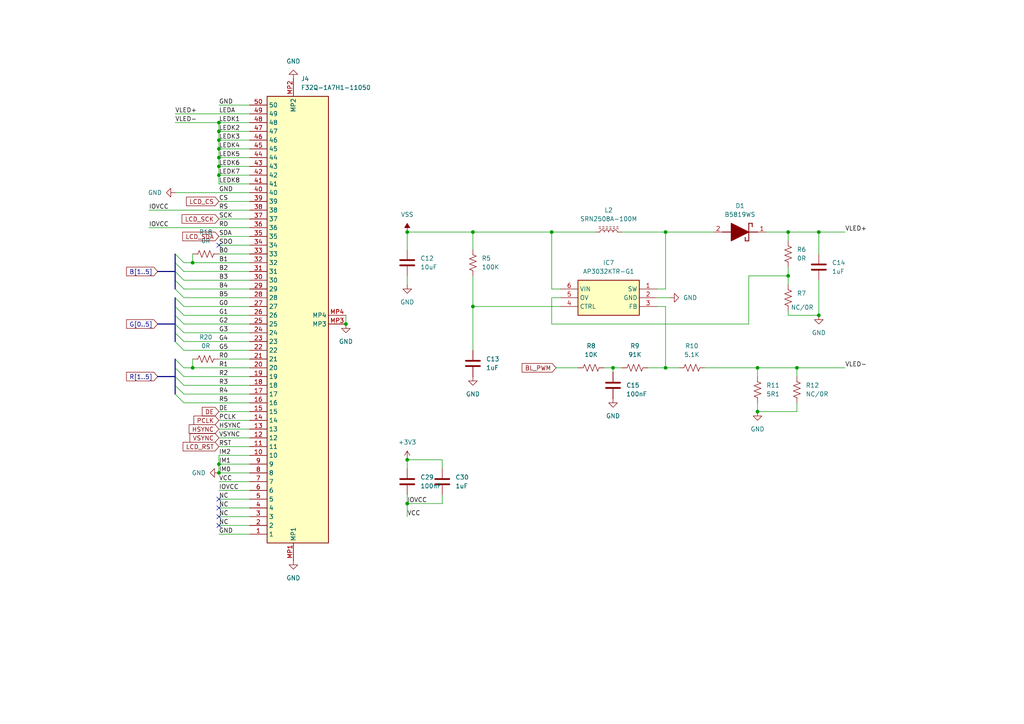
<source format=kicad_sch>
(kicad_sch
	(version 20231120)
	(generator "eeschema")
	(generator_version "8.0")
	(uuid "a25fa09f-232d-44a6-aea1-a88cdd252c35")
	(paper "A4")
	(lib_symbols
		(symbol "AP3032KTR-G1:AP3032KTR-G1"
			(exclude_from_sim no)
			(in_bom yes)
			(on_board yes)
			(property "Reference" "IC"
				(at 24.13 7.62 0)
				(effects
					(font
						(size 1.27 1.27)
					)
					(justify left top)
				)
			)
			(property "Value" "AP3032KTR-G1"
				(at 24.13 5.08 0)
				(effects
					(font
						(size 1.27 1.27)
					)
					(justify left top)
				)
			)
			(property "Footprint" "SOT95P280X145-6N"
				(at 24.13 -94.92 0)
				(effects
					(font
						(size 1.27 1.27)
					)
					(justify left top)
					(hide yes)
				)
			)
			(property "Datasheet" "https://www.diodes.com/assets/Datasheets/AP3032.pdf"
				(at 24.13 -194.92 0)
				(effects
					(font
						(size 1.27 1.27)
					)
					(justify left top)
					(hide yes)
				)
			)
			(property "Description" "DiodesZetex AP3032KTR-G1, Step Up DC-DC Converter, Adjustable, Maximum of 38 V, 6-Pin SOT-23"
				(at 0 0 0)
				(effects
					(font
						(size 1.27 1.27)
					)
					(hide yes)
				)
			)
			(property "Height" "1.45"
				(at 24.13 -394.92 0)
				(effects
					(font
						(size 1.27 1.27)
					)
					(justify left top)
					(hide yes)
				)
			)
			(property "Manufacturer_Name" "Diodes Incorporated"
				(at 24.13 -494.92 0)
				(effects
					(font
						(size 1.27 1.27)
					)
					(justify left top)
					(hide yes)
				)
			)
			(property "Manufacturer_Part_Number" "AP3032KTR-G1"
				(at 24.13 -594.92 0)
				(effects
					(font
						(size 1.27 1.27)
					)
					(justify left top)
					(hide yes)
				)
			)
			(property "Mouser Part Number" "621-AP3032KTR-G1"
				(at 24.13 -694.92 0)
				(effects
					(font
						(size 1.27 1.27)
					)
					(justify left top)
					(hide yes)
				)
			)
			(property "Mouser Price/Stock" "https://www.mouser.co.uk/ProductDetail/Diodes-Incorporated/AP3032KTR-G1?qs=x6A8l6qLYDBKP%252BiASla%2FZw%3D%3D"
				(at 24.13 -794.92 0)
				(effects
					(font
						(size 1.27 1.27)
					)
					(justify left top)
					(hide yes)
				)
			)
			(property "Arrow Part Number" "AP3032KTR-G1"
				(at 24.13 -894.92 0)
				(effects
					(font
						(size 1.27 1.27)
					)
					(justify left top)
					(hide yes)
				)
			)
			(property "Arrow Price/Stock" "https://www.arrow.com/en/products/ap3032ktr-g1/diodes-incorporated?region=nac"
				(at 24.13 -994.92 0)
				(effects
					(font
						(size 1.27 1.27)
					)
					(justify left top)
					(hide yes)
				)
			)
			(symbol "AP3032KTR-G1_1_1"
				(rectangle
					(start 5.08 2.54)
					(end 22.86 -7.62)
					(stroke
						(width 0.254)
						(type default)
					)
					(fill
						(type background)
					)
				)
				(pin passive line
					(at 0 0 0)
					(length 5.08)
					(name "SW"
						(effects
							(font
								(size 1.27 1.27)
							)
						)
					)
					(number "1"
						(effects
							(font
								(size 1.27 1.27)
							)
						)
					)
				)
				(pin passive line
					(at 0 -2.54 0)
					(length 5.08)
					(name "GND"
						(effects
							(font
								(size 1.27 1.27)
							)
						)
					)
					(number "2"
						(effects
							(font
								(size 1.27 1.27)
							)
						)
					)
				)
				(pin passive line
					(at 0 -5.08 0)
					(length 5.08)
					(name "FB"
						(effects
							(font
								(size 1.27 1.27)
							)
						)
					)
					(number "3"
						(effects
							(font
								(size 1.27 1.27)
							)
						)
					)
				)
				(pin passive line
					(at 27.94 -5.08 180)
					(length 5.08)
					(name "CTRL"
						(effects
							(font
								(size 1.27 1.27)
							)
						)
					)
					(number "4"
						(effects
							(font
								(size 1.27 1.27)
							)
						)
					)
				)
				(pin passive line
					(at 27.94 -2.54 180)
					(length 5.08)
					(name "OV"
						(effects
							(font
								(size 1.27 1.27)
							)
						)
					)
					(number "5"
						(effects
							(font
								(size 1.27 1.27)
							)
						)
					)
				)
				(pin passive line
					(at 27.94 0 180)
					(length 5.08)
					(name "VIN"
						(effects
							(font
								(size 1.27 1.27)
							)
						)
					)
					(number "6"
						(effects
							(font
								(size 1.27 1.27)
							)
						)
					)
				)
			)
		)
		(symbol "B5819WS:B5819WS"
			(pin_names hide)
			(exclude_from_sim no)
			(in_bom yes)
			(on_board yes)
			(property "Reference" "D"
				(at 12.7 8.89 0)
				(effects
					(font
						(size 1.27 1.27)
					)
					(justify left top)
				)
			)
			(property "Value" "B5819WS"
				(at 12.7 6.35 0)
				(effects
					(font
						(size 1.27 1.27)
					)
					(justify left top)
				)
			)
			(property "Footprint" "SOD2613X100N"
				(at 12.7 -93.65 0)
				(effects
					(font
						(size 1.27 1.27)
					)
					(justify left top)
					(hide yes)
				)
			)
			(property "Datasheet" "https://datasheet.lcsc.com/szlcsc/1903051130_MDD-Jiangsu-Yutai-Elec-B5819WS_C64886.pdf"
				(at 12.7 -193.65 0)
				(effects
					(font
						(size 1.27 1.27)
					)
					(justify left top)
					(hide yes)
				)
			)
			(property "Description" "Schottky Barrier Diodes (SBD) SOD-323 RoHS"
				(at 0 0 0)
				(effects
					(font
						(size 1.27 1.27)
					)
					(hide yes)
				)
			)
			(property "Height" "1"
				(at 12.7 -393.65 0)
				(effects
					(font
						(size 1.27 1.27)
					)
					(justify left top)
					(hide yes)
				)
			)
			(property "Manufacturer_Name" "MDD"
				(at 12.7 -493.65 0)
				(effects
					(font
						(size 1.27 1.27)
					)
					(justify left top)
					(hide yes)
				)
			)
			(property "Manufacturer_Part_Number" "B5819WS"
				(at 12.7 -593.65 0)
				(effects
					(font
						(size 1.27 1.27)
					)
					(justify left top)
					(hide yes)
				)
			)
			(property "Mouser Part Number" ""
				(at 12.7 -693.65 0)
				(effects
					(font
						(size 1.27 1.27)
					)
					(justify left top)
					(hide yes)
				)
			)
			(property "Mouser Price/Stock" ""
				(at 12.7 -793.65 0)
				(effects
					(font
						(size 1.27 1.27)
					)
					(justify left top)
					(hide yes)
				)
			)
			(property "Arrow Part Number" ""
				(at 12.7 -893.65 0)
				(effects
					(font
						(size 1.27 1.27)
					)
					(justify left top)
					(hide yes)
				)
			)
			(property "Arrow Price/Stock" ""
				(at 12.7 -993.65 0)
				(effects
					(font
						(size 1.27 1.27)
					)
					(justify left top)
					(hide yes)
				)
			)
			(symbol "B5819WS_1_1"
				(polyline
					(pts
						(xy 5.08 0) (xy 7.62 0)
					)
					(stroke
						(width 0.254)
						(type default)
					)
					(fill
						(type none)
					)
				)
				(polyline
					(pts
						(xy 6.604 -1.524) (xy 6.604 -2.54)
					)
					(stroke
						(width 0.254)
						(type default)
					)
					(fill
						(type none)
					)
				)
				(polyline
					(pts
						(xy 7.62 -2.54) (xy 6.604 -2.54)
					)
					(stroke
						(width 0.254)
						(type default)
					)
					(fill
						(type none)
					)
				)
				(polyline
					(pts
						(xy 7.62 2.54) (xy 7.62 -2.54)
					)
					(stroke
						(width 0.254)
						(type default)
					)
					(fill
						(type none)
					)
				)
				(polyline
					(pts
						(xy 7.62 2.54) (xy 8.636 2.54)
					)
					(stroke
						(width 0.254)
						(type default)
					)
					(fill
						(type none)
					)
				)
				(polyline
					(pts
						(xy 8.636 1.524) (xy 8.636 2.54)
					)
					(stroke
						(width 0.254)
						(type default)
					)
					(fill
						(type none)
					)
				)
				(polyline
					(pts
						(xy 12.7 0) (xy 15.24 0)
					)
					(stroke
						(width 0.254)
						(type default)
					)
					(fill
						(type none)
					)
				)
				(polyline
					(pts
						(xy 7.62 0) (xy 12.7 2.54) (xy 12.7 -2.54) (xy 7.62 0)
					)
					(stroke
						(width 0.254)
						(type default)
					)
					(fill
						(type outline)
					)
				)
				(pin passive line
					(at 2.54 0 0)
					(length 2.54)
					(name "K"
						(effects
							(font
								(size 1.27 1.27)
							)
						)
					)
					(number "1"
						(effects
							(font
								(size 1.27 1.27)
							)
						)
					)
				)
				(pin passive line
					(at 17.78 0 180)
					(length 2.54)
					(name "A"
						(effects
							(font
								(size 1.27 1.27)
							)
						)
					)
					(number "2"
						(effects
							(font
								(size 1.27 1.27)
							)
						)
					)
				)
			)
		)
		(symbol "Device:C"
			(pin_numbers hide)
			(pin_names
				(offset 0.254)
			)
			(exclude_from_sim no)
			(in_bom yes)
			(on_board yes)
			(property "Reference" "C"
				(at 0.635 2.54 0)
				(effects
					(font
						(size 1.27 1.27)
					)
					(justify left)
				)
			)
			(property "Value" "C"
				(at 0.635 -2.54 0)
				(effects
					(font
						(size 1.27 1.27)
					)
					(justify left)
				)
			)
			(property "Footprint" ""
				(at 0.9652 -3.81 0)
				(effects
					(font
						(size 1.27 1.27)
					)
					(hide yes)
				)
			)
			(property "Datasheet" "~"
				(at 0 0 0)
				(effects
					(font
						(size 1.27 1.27)
					)
					(hide yes)
				)
			)
			(property "Description" "Unpolarized capacitor"
				(at 0 0 0)
				(effects
					(font
						(size 1.27 1.27)
					)
					(hide yes)
				)
			)
			(property "ki_keywords" "cap capacitor"
				(at 0 0 0)
				(effects
					(font
						(size 1.27 1.27)
					)
					(hide yes)
				)
			)
			(property "ki_fp_filters" "C_*"
				(at 0 0 0)
				(effects
					(font
						(size 1.27 1.27)
					)
					(hide yes)
				)
			)
			(symbol "C_0_1"
				(polyline
					(pts
						(xy -2.032 -0.762) (xy 2.032 -0.762)
					)
					(stroke
						(width 0.508)
						(type default)
					)
					(fill
						(type none)
					)
				)
				(polyline
					(pts
						(xy -2.032 0.762) (xy 2.032 0.762)
					)
					(stroke
						(width 0.508)
						(type default)
					)
					(fill
						(type none)
					)
				)
			)
			(symbol "C_1_1"
				(pin passive line
					(at 0 3.81 270)
					(length 2.794)
					(name "~"
						(effects
							(font
								(size 1.27 1.27)
							)
						)
					)
					(number "1"
						(effects
							(font
								(size 1.27 1.27)
							)
						)
					)
				)
				(pin passive line
					(at 0 -3.81 90)
					(length 2.794)
					(name "~"
						(effects
							(font
								(size 1.27 1.27)
							)
						)
					)
					(number "2"
						(effects
							(font
								(size 1.27 1.27)
							)
						)
					)
				)
			)
		)
		(symbol "Device:L_Ferrite"
			(pin_numbers hide)
			(pin_names
				(offset 1.016) hide)
			(exclude_from_sim no)
			(in_bom yes)
			(on_board yes)
			(property "Reference" "L"
				(at -1.27 0 90)
				(effects
					(font
						(size 1.27 1.27)
					)
				)
			)
			(property "Value" "L_Ferrite"
				(at 2.794 0 90)
				(effects
					(font
						(size 1.27 1.27)
					)
				)
			)
			(property "Footprint" ""
				(at 0 0 0)
				(effects
					(font
						(size 1.27 1.27)
					)
					(hide yes)
				)
			)
			(property "Datasheet" "~"
				(at 0 0 0)
				(effects
					(font
						(size 1.27 1.27)
					)
					(hide yes)
				)
			)
			(property "Description" "Inductor with ferrite core"
				(at 0 0 0)
				(effects
					(font
						(size 1.27 1.27)
					)
					(hide yes)
				)
			)
			(property "ki_keywords" "inductor choke coil reactor magnetic"
				(at 0 0 0)
				(effects
					(font
						(size 1.27 1.27)
					)
					(hide yes)
				)
			)
			(property "ki_fp_filters" "Choke_* *Coil* Inductor_* L_*"
				(at 0 0 0)
				(effects
					(font
						(size 1.27 1.27)
					)
					(hide yes)
				)
			)
			(symbol "L_Ferrite_0_1"
				(arc
					(start 0 -2.54)
					(mid 0.6323 -1.905)
					(end 0 -1.27)
					(stroke
						(width 0)
						(type default)
					)
					(fill
						(type none)
					)
				)
				(arc
					(start 0 -1.27)
					(mid 0.6323 -0.635)
					(end 0 0)
					(stroke
						(width 0)
						(type default)
					)
					(fill
						(type none)
					)
				)
				(polyline
					(pts
						(xy 1.016 -2.794) (xy 1.016 -2.286)
					)
					(stroke
						(width 0)
						(type default)
					)
					(fill
						(type none)
					)
				)
				(polyline
					(pts
						(xy 1.016 -1.778) (xy 1.016 -1.27)
					)
					(stroke
						(width 0)
						(type default)
					)
					(fill
						(type none)
					)
				)
				(polyline
					(pts
						(xy 1.016 -0.762) (xy 1.016 -0.254)
					)
					(stroke
						(width 0)
						(type default)
					)
					(fill
						(type none)
					)
				)
				(polyline
					(pts
						(xy 1.016 0.254) (xy 1.016 0.762)
					)
					(stroke
						(width 0)
						(type default)
					)
					(fill
						(type none)
					)
				)
				(polyline
					(pts
						(xy 1.016 1.27) (xy 1.016 1.778)
					)
					(stroke
						(width 0)
						(type default)
					)
					(fill
						(type none)
					)
				)
				(polyline
					(pts
						(xy 1.016 2.286) (xy 1.016 2.794)
					)
					(stroke
						(width 0)
						(type default)
					)
					(fill
						(type none)
					)
				)
				(polyline
					(pts
						(xy 1.524 -2.286) (xy 1.524 -2.794)
					)
					(stroke
						(width 0)
						(type default)
					)
					(fill
						(type none)
					)
				)
				(polyline
					(pts
						(xy 1.524 -1.27) (xy 1.524 -1.778)
					)
					(stroke
						(width 0)
						(type default)
					)
					(fill
						(type none)
					)
				)
				(polyline
					(pts
						(xy 1.524 -0.254) (xy 1.524 -0.762)
					)
					(stroke
						(width 0)
						(type default)
					)
					(fill
						(type none)
					)
				)
				(polyline
					(pts
						(xy 1.524 0.762) (xy 1.524 0.254)
					)
					(stroke
						(width 0)
						(type default)
					)
					(fill
						(type none)
					)
				)
				(polyline
					(pts
						(xy 1.524 1.778) (xy 1.524 1.27)
					)
					(stroke
						(width 0)
						(type default)
					)
					(fill
						(type none)
					)
				)
				(polyline
					(pts
						(xy 1.524 2.794) (xy 1.524 2.286)
					)
					(stroke
						(width 0)
						(type default)
					)
					(fill
						(type none)
					)
				)
				(arc
					(start 0 0)
					(mid 0.6323 0.635)
					(end 0 1.27)
					(stroke
						(width 0)
						(type default)
					)
					(fill
						(type none)
					)
				)
				(arc
					(start 0 1.27)
					(mid 0.6323 1.905)
					(end 0 2.54)
					(stroke
						(width 0)
						(type default)
					)
					(fill
						(type none)
					)
				)
			)
			(symbol "L_Ferrite_1_1"
				(pin passive line
					(at 0 3.81 270)
					(length 1.27)
					(name "1"
						(effects
							(font
								(size 1.27 1.27)
							)
						)
					)
					(number "1"
						(effects
							(font
								(size 1.27 1.27)
							)
						)
					)
				)
				(pin passive line
					(at 0 -3.81 90)
					(length 1.27)
					(name "2"
						(effects
							(font
								(size 1.27 1.27)
							)
						)
					)
					(number "2"
						(effects
							(font
								(size 1.27 1.27)
							)
						)
					)
				)
			)
		)
		(symbol "Device:R_US"
			(pin_numbers hide)
			(pin_names
				(offset 0)
			)
			(exclude_from_sim no)
			(in_bom yes)
			(on_board yes)
			(property "Reference" "R"
				(at 2.54 0 90)
				(effects
					(font
						(size 1.27 1.27)
					)
				)
			)
			(property "Value" "R_US"
				(at -2.54 0 90)
				(effects
					(font
						(size 1.27 1.27)
					)
				)
			)
			(property "Footprint" ""
				(at 1.016 -0.254 90)
				(effects
					(font
						(size 1.27 1.27)
					)
					(hide yes)
				)
			)
			(property "Datasheet" "~"
				(at 0 0 0)
				(effects
					(font
						(size 1.27 1.27)
					)
					(hide yes)
				)
			)
			(property "Description" "Resistor, US symbol"
				(at 0 0 0)
				(effects
					(font
						(size 1.27 1.27)
					)
					(hide yes)
				)
			)
			(property "ki_keywords" "R res resistor"
				(at 0 0 0)
				(effects
					(font
						(size 1.27 1.27)
					)
					(hide yes)
				)
			)
			(property "ki_fp_filters" "R_*"
				(at 0 0 0)
				(effects
					(font
						(size 1.27 1.27)
					)
					(hide yes)
				)
			)
			(symbol "R_US_0_1"
				(polyline
					(pts
						(xy 0 -2.286) (xy 0 -2.54)
					)
					(stroke
						(width 0)
						(type default)
					)
					(fill
						(type none)
					)
				)
				(polyline
					(pts
						(xy 0 2.286) (xy 0 2.54)
					)
					(stroke
						(width 0)
						(type default)
					)
					(fill
						(type none)
					)
				)
				(polyline
					(pts
						(xy 0 -0.762) (xy 1.016 -1.143) (xy 0 -1.524) (xy -1.016 -1.905) (xy 0 -2.286)
					)
					(stroke
						(width 0)
						(type default)
					)
					(fill
						(type none)
					)
				)
				(polyline
					(pts
						(xy 0 0.762) (xy 1.016 0.381) (xy 0 0) (xy -1.016 -0.381) (xy 0 -0.762)
					)
					(stroke
						(width 0)
						(type default)
					)
					(fill
						(type none)
					)
				)
				(polyline
					(pts
						(xy 0 2.286) (xy 1.016 1.905) (xy 0 1.524) (xy -1.016 1.143) (xy 0 0.762)
					)
					(stroke
						(width 0)
						(type default)
					)
					(fill
						(type none)
					)
				)
			)
			(symbol "R_US_1_1"
				(pin passive line
					(at 0 3.81 270)
					(length 1.27)
					(name "~"
						(effects
							(font
								(size 1.27 1.27)
							)
						)
					)
					(number "1"
						(effects
							(font
								(size 1.27 1.27)
							)
						)
					)
				)
				(pin passive line
					(at 0 -3.81 90)
					(length 1.27)
					(name "~"
						(effects
							(font
								(size 1.27 1.27)
							)
						)
					)
					(number "2"
						(effects
							(font
								(size 1.27 1.27)
							)
						)
					)
				)
			)
		)
		(symbol "F32Q-1A7H1-11050_1"
			(exclude_from_sim no)
			(in_bom yes)
			(on_board yes)
			(property "Reference" "J"
				(at 135.89 12.7 0)
				(effects
					(font
						(size 1.27 1.27)
					)
					(justify left top)
				)
			)
			(property "Value" "F32Q-1A7H1-11050"
				(at 135.89 10.16 0)
				(effects
					(font
						(size 1.27 1.27)
					)
					(justify left top)
				)
			)
			(property "Footprint" "F32Q1A7H111050"
				(at 135.89 -89.84 0)
				(effects
					(font
						(size 1.27 1.27)
					)
					(justify left top)
					(hide yes)
				)
			)
			(property "Datasheet" "https://cdn.amphenol-icc.com/media/wysiwyg/files/drawing/f32q-f32t.pdf"
				(at 135.89 -189.84 0)
				(effects
					(font
						(size 1.27 1.27)
					)
					(justify left top)
					(hide yes)
				)
			)
			(property "Description" "Flex Connector, 0.50mm Pitch, Height 2.00mm, Right angle, Slider type, ZIF, Upper contact, 50 position , Without MYLAR"
				(at 0 0 0)
				(effects
					(font
						(size 1.27 1.27)
					)
					(hide yes)
				)
			)
			(property "Height" "2.2"
				(at 135.89 -389.84 0)
				(effects
					(font
						(size 1.27 1.27)
					)
					(justify left top)
					(hide yes)
				)
			)
			(property "Manufacturer_Name" "Amphenol Communications Solutions"
				(at 135.89 -489.84 0)
				(effects
					(font
						(size 1.27 1.27)
					)
					(justify left top)
					(hide yes)
				)
			)
			(property "Manufacturer_Part_Number" "F32Q-1A7H1-11050"
				(at 135.89 -589.84 0)
				(effects
					(font
						(size 1.27 1.27)
					)
					(justify left top)
					(hide yes)
				)
			)
			(property "Mouser Part Number" "649-F32Q-1A7H1-11050"
				(at 135.89 -689.84 0)
				(effects
					(font
						(size 1.27 1.27)
					)
					(justify left top)
					(hide yes)
				)
			)
			(property "Mouser Price/Stock" "https://www.mouser.co.uk/ProductDetail/Amphenol-ICC-Aorora/F32Q-1A7H1-11050?qs=xZ%2FP%252Ba9zWqaO6c7sPX4L0A%3D%3D"
				(at 135.89 -789.84 0)
				(effects
					(font
						(size 1.27 1.27)
					)
					(justify left top)
					(hide yes)
				)
			)
			(property "Arrow Part Number" "F32Q-1A7H1-11050"
				(at 135.89 -889.84 0)
				(effects
					(font
						(size 1.27 1.27)
					)
					(justify left top)
					(hide yes)
				)
			)
			(property "Arrow Price/Stock" "null?region=nac"
				(at 135.89 -989.84 0)
				(effects
					(font
						(size 1.27 1.27)
					)
					(justify left top)
					(hide yes)
				)
			)
			(symbol "F32Q-1A7H1-11050_1_1_1"
				(rectangle
					(start 5.08 7.62)
					(end 134.62 -10.16)
					(stroke
						(width 0.254)
						(type default)
					)
					(fill
						(type background)
					)
				)
				(pin passive line
					(at 7.62 12.7 270)
					(length 5.08)
					(name "1"
						(effects
							(font
								(size 1.27 1.27)
							)
						)
					)
					(number "1"
						(effects
							(font
								(size 1.27 1.27)
							)
						)
					)
				)
				(pin passive line
					(at 30.48 12.7 270)
					(length 5.08)
					(name "10"
						(effects
							(font
								(size 1.27 1.27)
							)
						)
					)
					(number "10"
						(effects
							(font
								(size 1.27 1.27)
							)
						)
					)
				)
				(pin passive line
					(at 33.02 12.7 270)
					(length 5.08)
					(name "11"
						(effects
							(font
								(size 1.27 1.27)
							)
						)
					)
					(number "11"
						(effects
							(font
								(size 1.27 1.27)
							)
						)
					)
				)
				(pin passive line
					(at 35.56 12.7 270)
					(length 5.08)
					(name "12"
						(effects
							(font
								(size 1.27 1.27)
							)
						)
					)
					(number "12"
						(effects
							(font
								(size 1.27 1.27)
							)
						)
					)
				)
				(pin passive line
					(at 38.1 12.7 270)
					(length 5.08)
					(name "13"
						(effects
							(font
								(size 1.27 1.27)
							)
						)
					)
					(number "13"
						(effects
							(font
								(size 1.27 1.27)
							)
						)
					)
				)
				(pin passive line
					(at 40.64 12.7 270)
					(length 5.08)
					(name "14"
						(effects
							(font
								(size 1.27 1.27)
							)
						)
					)
					(number "14"
						(effects
							(font
								(size 1.27 1.27)
							)
						)
					)
				)
				(pin passive line
					(at 43.18 12.7 270)
					(length 5.08)
					(name "15"
						(effects
							(font
								(size 1.27 1.27)
							)
						)
					)
					(number "15"
						(effects
							(font
								(size 1.27 1.27)
							)
						)
					)
				)
				(pin passive line
					(at 45.72 12.7 270)
					(length 5.08)
					(name "16"
						(effects
							(font
								(size 1.27 1.27)
							)
						)
					)
					(number "16"
						(effects
							(font
								(size 1.27 1.27)
							)
						)
					)
				)
				(pin passive line
					(at 48.26 12.7 270)
					(length 5.08)
					(name "17"
						(effects
							(font
								(size 1.27 1.27)
							)
						)
					)
					(number "17"
						(effects
							(font
								(size 1.27 1.27)
							)
						)
					)
				)
				(pin passive line
					(at 50.8 12.7 270)
					(length 5.08)
					(name "18"
						(effects
							(font
								(size 1.27 1.27)
							)
						)
					)
					(number "18"
						(effects
							(font
								(size 1.27 1.27)
							)
						)
					)
				)
				(pin passive line
					(at 53.34 12.7 270)
					(length 5.08)
					(name "19"
						(effects
							(font
								(size 1.27 1.27)
							)
						)
					)
					(number "19"
						(effects
							(font
								(size 1.27 1.27)
							)
						)
					)
				)
				(pin passive line
					(at 10.16 12.7 270)
					(length 5.08)
					(name "2"
						(effects
							(font
								(size 1.27 1.27)
							)
						)
					)
					(number "2"
						(effects
							(font
								(size 1.27 1.27)
							)
						)
					)
				)
				(pin passive line
					(at 55.88 12.7 270)
					(length 5.08)
					(name "20"
						(effects
							(font
								(size 1.27 1.27)
							)
						)
					)
					(number "20"
						(effects
							(font
								(size 1.27 1.27)
							)
						)
					)
				)
				(pin passive line
					(at 58.42 12.7 270)
					(length 5.08)
					(name "21"
						(effects
							(font
								(size 1.27 1.27)
							)
						)
					)
					(number "21"
						(effects
							(font
								(size 1.27 1.27)
							)
						)
					)
				)
				(pin passive line
					(at 60.96 12.7 270)
					(length 5.08)
					(name "22"
						(effects
							(font
								(size 1.27 1.27)
							)
						)
					)
					(number "22"
						(effects
							(font
								(size 1.27 1.27)
							)
						)
					)
				)
				(pin passive line
					(at 63.5 12.7 270)
					(length 5.08)
					(name "23"
						(effects
							(font
								(size 1.27 1.27)
							)
						)
					)
					(number "23"
						(effects
							(font
								(size 1.27 1.27)
							)
						)
					)
				)
				(pin passive line
					(at 66.04 12.7 270)
					(length 5.08)
					(name "24"
						(effects
							(font
								(size 1.27 1.27)
							)
						)
					)
					(number "24"
						(effects
							(font
								(size 1.27 1.27)
							)
						)
					)
				)
				(pin passive line
					(at 68.58 12.7 270)
					(length 5.08)
					(name "25"
						(effects
							(font
								(size 1.27 1.27)
							)
						)
					)
					(number "25"
						(effects
							(font
								(size 1.27 1.27)
							)
						)
					)
				)
				(pin passive line
					(at 71.12 12.7 270)
					(length 5.08)
					(name "26"
						(effects
							(font
								(size 1.27 1.27)
							)
						)
					)
					(number "26"
						(effects
							(font
								(size 1.27 1.27)
							)
						)
					)
				)
				(pin passive line
					(at 73.66 12.7 270)
					(length 5.08)
					(name "27"
						(effects
							(font
								(size 1.27 1.27)
							)
						)
					)
					(number "27"
						(effects
							(font
								(size 1.27 1.27)
							)
						)
					)
				)
				(pin passive line
					(at 76.2 12.7 270)
					(length 5.08)
					(name "28"
						(effects
							(font
								(size 1.27 1.27)
							)
						)
					)
					(number "28"
						(effects
							(font
								(size 1.27 1.27)
							)
						)
					)
				)
				(pin passive line
					(at 78.74 12.7 270)
					(length 5.08)
					(name "29"
						(effects
							(font
								(size 1.27 1.27)
							)
						)
					)
					(number "29"
						(effects
							(font
								(size 1.27 1.27)
							)
						)
					)
				)
				(pin passive line
					(at 12.7 12.7 270)
					(length 5.08)
					(name "3"
						(effects
							(font
								(size 1.27 1.27)
							)
						)
					)
					(number "3"
						(effects
							(font
								(size 1.27 1.27)
							)
						)
					)
				)
				(pin passive line
					(at 81.28 12.7 270)
					(length 5.08)
					(name "30"
						(effects
							(font
								(size 1.27 1.27)
							)
						)
					)
					(number "30"
						(effects
							(font
								(size 1.27 1.27)
							)
						)
					)
				)
				(pin passive line
					(at 83.82 12.7 270)
					(length 5.08)
					(name "31"
						(effects
							(font
								(size 1.27 1.27)
							)
						)
					)
					(number "31"
						(effects
							(font
								(size 1.27 1.27)
							)
						)
					)
				)
				(pin passive line
					(at 86.36 12.7 270)
					(length 5.08)
					(name "32"
						(effects
							(font
								(size 1.27 1.27)
							)
						)
					)
					(number "32"
						(effects
							(font
								(size 1.27 1.27)
							)
						)
					)
				)
				(pin passive line
					(at 88.9 12.7 270)
					(length 5.08)
					(name "33"
						(effects
							(font
								(size 1.27 1.27)
							)
						)
					)
					(number "33"
						(effects
							(font
								(size 1.27 1.27)
							)
						)
					)
				)
				(pin passive line
					(at 91.44 12.7 270)
					(length 5.08)
					(name "34"
						(effects
							(font
								(size 1.27 1.27)
							)
						)
					)
					(number "34"
						(effects
							(font
								(size 1.27 1.27)
							)
						)
					)
				)
				(pin passive line
					(at 93.98 12.7 270)
					(length 5.08)
					(name "35"
						(effects
							(font
								(size 1.27 1.27)
							)
						)
					)
					(number "35"
						(effects
							(font
								(size 1.27 1.27)
							)
						)
					)
				)
				(pin passive line
					(at 96.52 12.7 270)
					(length 5.08)
					(name "36"
						(effects
							(font
								(size 1.27 1.27)
							)
						)
					)
					(number "36"
						(effects
							(font
								(size 1.27 1.27)
							)
						)
					)
				)
				(pin passive line
					(at 99.06 12.7 270)
					(length 5.08)
					(name "37"
						(effects
							(font
								(size 1.27 1.27)
							)
						)
					)
					(number "37"
						(effects
							(font
								(size 1.27 1.27)
							)
						)
					)
				)
				(pin passive line
					(at 101.6 12.7 270)
					(length 5.08)
					(name "38"
						(effects
							(font
								(size 1.27 1.27)
							)
						)
					)
					(number "38"
						(effects
							(font
								(size 1.27 1.27)
							)
						)
					)
				)
				(pin passive line
					(at 104.14 12.7 270)
					(length 5.08)
					(name "39"
						(effects
							(font
								(size 1.27 1.27)
							)
						)
					)
					(number "39"
						(effects
							(font
								(size 1.27 1.27)
							)
						)
					)
				)
				(pin passive line
					(at 15.24 12.7 270)
					(length 5.08)
					(name "4"
						(effects
							(font
								(size 1.27 1.27)
							)
						)
					)
					(number "4"
						(effects
							(font
								(size 1.27 1.27)
							)
						)
					)
				)
				(pin passive line
					(at 106.68 12.7 270)
					(length 5.08)
					(name "40"
						(effects
							(font
								(size 1.27 1.27)
							)
						)
					)
					(number "40"
						(effects
							(font
								(size 1.27 1.27)
							)
						)
					)
				)
				(pin passive line
					(at 109.22 12.7 270)
					(length 5.08)
					(name "41"
						(effects
							(font
								(size 1.27 1.27)
							)
						)
					)
					(number "41"
						(effects
							(font
								(size 1.27 1.27)
							)
						)
					)
				)
				(pin passive line
					(at 111.76 12.7 270)
					(length 5.08)
					(name "42"
						(effects
							(font
								(size 1.27 1.27)
							)
						)
					)
					(number "42"
						(effects
							(font
								(size 1.27 1.27)
							)
						)
					)
				)
				(pin passive line
					(at 114.3 12.7 270)
					(length 5.08)
					(name "43"
						(effects
							(font
								(size 1.27 1.27)
							)
						)
					)
					(number "43"
						(effects
							(font
								(size 1.27 1.27)
							)
						)
					)
				)
				(pin passive line
					(at 116.84 12.7 270)
					(length 5.08)
					(name "44"
						(effects
							(font
								(size 1.27 1.27)
							)
						)
					)
					(number "44"
						(effects
							(font
								(size 1.27 1.27)
							)
						)
					)
				)
				(pin passive line
					(at 119.38 12.7 270)
					(length 5.08)
					(name "45"
						(effects
							(font
								(size 1.27 1.27)
							)
						)
					)
					(number "45"
						(effects
							(font
								(size 1.27 1.27)
							)
						)
					)
				)
				(pin passive line
					(at 121.92 12.7 270)
					(length 5.08)
					(name "46"
						(effects
							(font
								(size 1.27 1.27)
							)
						)
					)
					(number "46"
						(effects
							(font
								(size 1.27 1.27)
							)
						)
					)
				)
				(pin passive line
					(at 124.46 12.7 270)
					(length 5.08)
					(name "47"
						(effects
							(font
								(size 1.27 1.27)
							)
						)
					)
					(number "47"
						(effects
							(font
								(size 1.27 1.27)
							)
						)
					)
				)
				(pin passive line
					(at 127 12.7 270)
					(length 5.08)
					(name "48"
						(effects
							(font
								(size 1.27 1.27)
							)
						)
					)
					(number "48"
						(effects
							(font
								(size 1.27 1.27)
							)
						)
					)
				)
				(pin passive line
					(at 129.54 12.7 270)
					(length 5.08)
					(name "49"
						(effects
							(font
								(size 1.27 1.27)
							)
						)
					)
					(number "49"
						(effects
							(font
								(size 1.27 1.27)
							)
						)
					)
				)
				(pin passive line
					(at 17.78 12.7 270)
					(length 5.08)
					(name "5"
						(effects
							(font
								(size 1.27 1.27)
							)
						)
					)
					(number "5"
						(effects
							(font
								(size 1.27 1.27)
							)
						)
					)
				)
				(pin passive line
					(at 132.08 12.7 270)
					(length 5.08)
					(name "50"
						(effects
							(font
								(size 1.27 1.27)
							)
						)
					)
					(number "50"
						(effects
							(font
								(size 1.27 1.27)
							)
						)
					)
				)
				(pin passive line
					(at 20.32 12.7 270)
					(length 5.08)
					(name "6"
						(effects
							(font
								(size 1.27 1.27)
							)
						)
					)
					(number "6"
						(effects
							(font
								(size 1.27 1.27)
							)
						)
					)
				)
				(pin passive line
					(at 22.86 12.7 270)
					(length 5.08)
					(name "7"
						(effects
							(font
								(size 1.27 1.27)
							)
						)
					)
					(number "7"
						(effects
							(font
								(size 1.27 1.27)
							)
						)
					)
				)
				(pin passive line
					(at 25.4 12.7 270)
					(length 5.08)
					(name "8"
						(effects
							(font
								(size 1.27 1.27)
							)
						)
					)
					(number "8"
						(effects
							(font
								(size 1.27 1.27)
							)
						)
					)
				)
				(pin passive line
					(at 27.94 12.7 270)
					(length 5.08)
					(name "9"
						(effects
							(font
								(size 1.27 1.27)
							)
						)
					)
					(number "9"
						(effects
							(font
								(size 1.27 1.27)
							)
						)
					)
				)
				(pin passive line
					(at 0 0 0)
					(length 5.08)
					(name "MP1"
						(effects
							(font
								(size 1.27 1.27)
							)
						)
					)
					(number "MP1"
						(effects
							(font
								(size 1.27 1.27)
							)
						)
					)
				)
				(pin passive line
					(at 139.7 0 180)
					(length 5.08)
					(name "MP2"
						(effects
							(font
								(size 1.27 1.27)
							)
						)
					)
					(number "MP2"
						(effects
							(font
								(size 1.27 1.27)
							)
						)
					)
				)
				(pin passive line
					(at 68.58 -15.24 90)
					(length 5.08)
					(name "MP3"
						(effects
							(font
								(size 1.27 1.27)
							)
						)
					)
					(number "MP3"
						(effects
							(font
								(size 1.27 1.27)
							)
						)
					)
				)
				(pin passive line
					(at 71.12 -15.24 90)
					(length 5.08)
					(name "MP4"
						(effects
							(font
								(size 1.27 1.27)
							)
						)
					)
					(number "MP4"
						(effects
							(font
								(size 1.27 1.27)
							)
						)
					)
				)
			)
		)
		(symbol "power:+3V3"
			(power)
			(pin_numbers hide)
			(pin_names
				(offset 0) hide)
			(exclude_from_sim no)
			(in_bom yes)
			(on_board yes)
			(property "Reference" "#PWR"
				(at 0 -3.81 0)
				(effects
					(font
						(size 1.27 1.27)
					)
					(hide yes)
				)
			)
			(property "Value" "+3V3"
				(at 0 3.556 0)
				(effects
					(font
						(size 1.27 1.27)
					)
				)
			)
			(property "Footprint" ""
				(at 0 0 0)
				(effects
					(font
						(size 1.27 1.27)
					)
					(hide yes)
				)
			)
			(property "Datasheet" ""
				(at 0 0 0)
				(effects
					(font
						(size 1.27 1.27)
					)
					(hide yes)
				)
			)
			(property "Description" "Power symbol creates a global label with name \"+3V3\""
				(at 0 0 0)
				(effects
					(font
						(size 1.27 1.27)
					)
					(hide yes)
				)
			)
			(property "ki_keywords" "global power"
				(at 0 0 0)
				(effects
					(font
						(size 1.27 1.27)
					)
					(hide yes)
				)
			)
			(symbol "+3V3_0_1"
				(polyline
					(pts
						(xy -0.762 1.27) (xy 0 2.54)
					)
					(stroke
						(width 0)
						(type default)
					)
					(fill
						(type none)
					)
				)
				(polyline
					(pts
						(xy 0 0) (xy 0 2.54)
					)
					(stroke
						(width 0)
						(type default)
					)
					(fill
						(type none)
					)
				)
				(polyline
					(pts
						(xy 0 2.54) (xy 0.762 1.27)
					)
					(stroke
						(width 0)
						(type default)
					)
					(fill
						(type none)
					)
				)
			)
			(symbol "+3V3_1_1"
				(pin power_in line
					(at 0 0 90)
					(length 0)
					(name "~"
						(effects
							(font
								(size 1.27 1.27)
							)
						)
					)
					(number "1"
						(effects
							(font
								(size 1.27 1.27)
							)
						)
					)
				)
			)
		)
		(symbol "power:GND"
			(power)
			(pin_numbers hide)
			(pin_names
				(offset 0) hide)
			(exclude_from_sim no)
			(in_bom yes)
			(on_board yes)
			(property "Reference" "#PWR"
				(at 0 -6.35 0)
				(effects
					(font
						(size 1.27 1.27)
					)
					(hide yes)
				)
			)
			(property "Value" "GND"
				(at 0 -3.81 0)
				(effects
					(font
						(size 1.27 1.27)
					)
				)
			)
			(property "Footprint" ""
				(at 0 0 0)
				(effects
					(font
						(size 1.27 1.27)
					)
					(hide yes)
				)
			)
			(property "Datasheet" ""
				(at 0 0 0)
				(effects
					(font
						(size 1.27 1.27)
					)
					(hide yes)
				)
			)
			(property "Description" "Power symbol creates a global label with name \"GND\" , ground"
				(at 0 0 0)
				(effects
					(font
						(size 1.27 1.27)
					)
					(hide yes)
				)
			)
			(property "ki_keywords" "global power"
				(at 0 0 0)
				(effects
					(font
						(size 1.27 1.27)
					)
					(hide yes)
				)
			)
			(symbol "GND_0_1"
				(polyline
					(pts
						(xy 0 0) (xy 0 -1.27) (xy 1.27 -1.27) (xy 0 -2.54) (xy -1.27 -1.27) (xy 0 -1.27)
					)
					(stroke
						(width 0)
						(type default)
					)
					(fill
						(type none)
					)
				)
			)
			(symbol "GND_1_1"
				(pin power_in line
					(at 0 0 270)
					(length 0)
					(name "~"
						(effects
							(font
								(size 1.27 1.27)
							)
						)
					)
					(number "1"
						(effects
							(font
								(size 1.27 1.27)
							)
						)
					)
				)
			)
		)
		(symbol "power:VSS"
			(power)
			(pin_numbers hide)
			(pin_names
				(offset 0) hide)
			(exclude_from_sim no)
			(in_bom yes)
			(on_board yes)
			(property "Reference" "#PWR"
				(at 0 -3.81 0)
				(effects
					(font
						(size 1.27 1.27)
					)
					(hide yes)
				)
			)
			(property "Value" "VSS"
				(at 0 3.556 0)
				(effects
					(font
						(size 1.27 1.27)
					)
				)
			)
			(property "Footprint" ""
				(at 0 0 0)
				(effects
					(font
						(size 1.27 1.27)
					)
					(hide yes)
				)
			)
			(property "Datasheet" ""
				(at 0 0 0)
				(effects
					(font
						(size 1.27 1.27)
					)
					(hide yes)
				)
			)
			(property "Description" "Power symbol creates a global label with name \"VSS\""
				(at 0 0 0)
				(effects
					(font
						(size 1.27 1.27)
					)
					(hide yes)
				)
			)
			(property "ki_keywords" "global power"
				(at 0 0 0)
				(effects
					(font
						(size 1.27 1.27)
					)
					(hide yes)
				)
			)
			(symbol "VSS_0_1"
				(polyline
					(pts
						(xy 0 0) (xy 0 2.54)
					)
					(stroke
						(width 0)
						(type default)
					)
					(fill
						(type none)
					)
				)
				(polyline
					(pts
						(xy 0.762 1.27) (xy -0.762 1.27) (xy 0 2.54) (xy 0.762 1.27)
					)
					(stroke
						(width 0)
						(type default)
					)
					(fill
						(type outline)
					)
				)
			)
			(symbol "VSS_1_1"
				(pin power_in line
					(at 0 0 90)
					(length 0)
					(name "~"
						(effects
							(font
								(size 1.27 1.27)
							)
						)
					)
					(number "1"
						(effects
							(font
								(size 1.27 1.27)
							)
						)
					)
				)
			)
		)
	)
	(junction
		(at 63.5 50.8)
		(diameter 0)
		(color 0 0 0 0)
		(uuid "1249b1f4-f35a-4d85-a4a4-84812662c013")
	)
	(junction
		(at 100.33 93.98)
		(diameter 0)
		(color 0 0 0 0)
		(uuid "15cf53df-2299-455c-8885-1b6d6a102719")
	)
	(junction
		(at 63.5 45.72)
		(diameter 0)
		(color 0 0 0 0)
		(uuid "1fd1779c-cb2b-401b-acd2-0e06191d6833")
	)
	(junction
		(at 137.16 88.9)
		(diameter 0)
		(color 0 0 0 0)
		(uuid "21fea173-6c15-4752-94dd-9565bf6d6695")
	)
	(junction
		(at 55.88 76.2)
		(diameter 0)
		(color 0 0 0 0)
		(uuid "230e2c74-527a-45aa-a63b-238769408c0a")
	)
	(junction
		(at 118.11 67.31)
		(diameter 0)
		(color 0 0 0 0)
		(uuid "25e98753-9955-4302-b33d-cd54b02a651e")
	)
	(junction
		(at 63.5 43.18)
		(diameter 0)
		(color 0 0 0 0)
		(uuid "3359e93e-6c37-42df-9f4c-77e72d287415")
	)
	(junction
		(at 219.71 119.38)
		(diameter 0)
		(color 0 0 0 0)
		(uuid "403abe74-4b32-4ca7-976d-07d69f39e93c")
	)
	(junction
		(at 160.02 67.31)
		(diameter 0)
		(color 0 0 0 0)
		(uuid "40554b31-ebb1-4e6a-9539-1c036f17b3d6")
	)
	(junction
		(at 63.5 134.62)
		(diameter 0)
		(color 0 0 0 0)
		(uuid "43beb9b4-d3ed-4cc1-9d23-875b3cad6b11")
	)
	(junction
		(at 118.11 133.35)
		(diameter 0)
		(color 0 0 0 0)
		(uuid "5d4ba7e5-7bfd-4c40-956c-31adc85a9109")
	)
	(junction
		(at 55.88 106.68)
		(diameter 0)
		(color 0 0 0 0)
		(uuid "7b092d10-a708-4e1c-843f-77379744812e")
	)
	(junction
		(at 177.8 106.68)
		(diameter 0)
		(color 0 0 0 0)
		(uuid "82470925-c27d-467f-b48d-ab31a1195fdd")
	)
	(junction
		(at 193.04 67.31)
		(diameter 0)
		(color 0 0 0 0)
		(uuid "97e236df-65b7-430f-b9dc-fda5b8ad494f")
	)
	(junction
		(at 63.5 35.56)
		(diameter 0)
		(color 0 0 0 0)
		(uuid "9ebe18c4-e63d-4992-b7eb-7832bd121a0c")
	)
	(junction
		(at 228.6 67.31)
		(diameter 0)
		(color 0 0 0 0)
		(uuid "a045f10b-4829-4db5-9de0-886c5baa0a63")
	)
	(junction
		(at 137.16 67.31)
		(diameter 0)
		(color 0 0 0 0)
		(uuid "b2511dea-fd7a-4526-aff5-32212a4a0d55")
	)
	(junction
		(at 118.11 146.05)
		(diameter 0)
		(color 0 0 0 0)
		(uuid "b91f5db5-796f-417f-8665-1856951977ec")
	)
	(junction
		(at 193.04 106.68)
		(diameter 0)
		(color 0 0 0 0)
		(uuid "c1456eea-ccd2-4396-992d-c51f4e4db747")
	)
	(junction
		(at 231.14 106.68)
		(diameter 0)
		(color 0 0 0 0)
		(uuid "c2d25b56-7f80-4135-a244-1992ff148c11")
	)
	(junction
		(at 237.49 91.44)
		(diameter 0)
		(color 0 0 0 0)
		(uuid "cc084fad-238c-44b2-84c1-b236e15f3679")
	)
	(junction
		(at 63.5 38.1)
		(diameter 0)
		(color 0 0 0 0)
		(uuid "cf4ee951-f54f-4986-8b12-541535e93562")
	)
	(junction
		(at 63.5 48.26)
		(diameter 0)
		(color 0 0 0 0)
		(uuid "d5499861-fa0e-4cc3-a307-7ce30783ecbb")
	)
	(junction
		(at 237.49 67.31)
		(diameter 0)
		(color 0 0 0 0)
		(uuid "d7a1b75f-00ed-47d9-ab29-e007ec298e04")
	)
	(junction
		(at 63.5 137.16)
		(diameter 0)
		(color 0 0 0 0)
		(uuid "db6423e5-f6d1-4c15-9575-c3a1ed105fdf")
	)
	(junction
		(at 228.6 80.01)
		(diameter 0)
		(color 0 0 0 0)
		(uuid "dff2be4e-175e-4a17-b05d-0144a85e07ee")
	)
	(junction
		(at 219.71 106.68)
		(diameter 0)
		(color 0 0 0 0)
		(uuid "e9c8cd42-b786-49ee-a797-f5a3909eba3f")
	)
	(junction
		(at 63.5 40.64)
		(diameter 0)
		(color 0 0 0 0)
		(uuid "ef41493d-ef9c-4adb-abd6-b5e504470c19")
	)
	(no_connect
		(at 63.5 149.86)
		(uuid "4c2e9dbe-2f29-4303-ab8c-c1c923c136a2")
	)
	(no_connect
		(at 63.5 152.4)
		(uuid "596f61ac-e01d-4f25-ab65-21fb8a8b4cd2")
	)
	(no_connect
		(at 63.5 144.78)
		(uuid "74d66fd6-3d84-49f9-a3d2-abfb55e62dfd")
	)
	(no_connect
		(at 63.5 147.32)
		(uuid "769c0118-d80d-4654-aa9a-21dab73f5317")
	)
	(no_connect
		(at 63.5 71.12)
		(uuid "9b926d6d-4f44-4ca2-a1ea-7387ae985c38")
	)
	(bus_entry
		(at 50.8 73.66)
		(size 2.54 2.54)
		(stroke
			(width 0)
			(type default)
		)
		(uuid "0858cae2-bd1f-4885-9dc6-61da5a2421fe")
	)
	(bus_entry
		(at 50.8 78.74)
		(size 2.54 2.54)
		(stroke
			(width 0)
			(type default)
		)
		(uuid "0aa0b230-9618-4f0a-9ea7-e0a760d0679a")
	)
	(bus_entry
		(at 50.8 91.44)
		(size 2.54 2.54)
		(stroke
			(width 0)
			(type default)
		)
		(uuid "0e181f4b-4f01-44b3-bda2-6aa3372a063c")
	)
	(bus_entry
		(at 50.8 99.06)
		(size 2.54 2.54)
		(stroke
			(width 0)
			(type default)
		)
		(uuid "41b282a1-baca-419f-bb52-3c63952d34b6")
	)
	(bus_entry
		(at 50.8 111.76)
		(size 2.54 2.54)
		(stroke
			(width 0)
			(type default)
		)
		(uuid "4b8eb456-18cb-4b13-87cb-9beaeb801e98")
	)
	(bus_entry
		(at 50.8 96.52)
		(size 2.54 2.54)
		(stroke
			(width 0)
			(type default)
		)
		(uuid "55a01d19-d4c5-446c-9c22-d23076a014f2")
	)
	(bus_entry
		(at 50.8 109.22)
		(size 2.54 2.54)
		(stroke
			(width 0)
			(type default)
		)
		(uuid "57c1d1e6-a3c6-48a1-91ed-10711a91bfc3")
	)
	(bus_entry
		(at 50.8 81.28)
		(size 2.54 2.54)
		(stroke
			(width 0)
			(type default)
		)
		(uuid "67fcb24f-eb93-458d-8721-d9e9e2164a9c")
	)
	(bus_entry
		(at 50.8 88.9)
		(size 2.54 2.54)
		(stroke
			(width 0)
			(type default)
		)
		(uuid "87b51894-01b4-436c-af0e-5078d7b11c1b")
	)
	(bus_entry
		(at 50.8 83.82)
		(size 2.54 2.54)
		(stroke
			(width 0)
			(type default)
		)
		(uuid "8d4d597e-85e3-4a1a-ba0a-6dc1ac8a2dae")
	)
	(bus_entry
		(at 50.8 76.2)
		(size 2.54 2.54)
		(stroke
			(width 0)
			(type default)
		)
		(uuid "924e4726-b1f9-4041-8056-872013dd2ca7")
	)
	(bus_entry
		(at 50.8 86.36)
		(size 2.54 2.54)
		(stroke
			(width 0)
			(type default)
		)
		(uuid "96464dec-351e-4cdd-b5a5-93c722eed2e3")
	)
	(bus_entry
		(at 50.8 106.68)
		(size 2.54 2.54)
		(stroke
			(width 0)
			(type default)
		)
		(uuid "967ae46a-6255-4696-903d-3536b38d626b")
	)
	(bus_entry
		(at 50.8 93.98)
		(size 2.54 2.54)
		(stroke
			(width 0)
			(type default)
		)
		(uuid "b56f6bfb-53f3-47a8-b407-5f4cb99713e1")
	)
	(bus_entry
		(at 50.8 114.3)
		(size 2.54 2.54)
		(stroke
			(width 0)
			(type default)
		)
		(uuid "ea1f5535-bb1f-4b38-b693-207e96286683")
	)
	(bus_entry
		(at 50.8 104.14)
		(size 2.54 2.54)
		(stroke
			(width 0)
			(type default)
		)
		(uuid "ebe2dd19-8e42-4416-b61f-0008cd9176cb")
	)
	(wire
		(pts
			(xy 53.34 101.6) (xy 72.39 101.6)
		)
		(stroke
			(width 0)
			(type default)
		)
		(uuid "0096ee97-843b-44cd-adc6-d4afaa5128bb")
	)
	(bus
		(pts
			(xy 45.72 78.74) (xy 50.8 78.74)
		)
		(stroke
			(width 0)
			(type default)
		)
		(uuid "0202d105-956e-4553-b8a3-754c5741d99a")
	)
	(wire
		(pts
			(xy 128.27 143.51) (xy 128.27 146.05)
		)
		(stroke
			(width 0)
			(type default)
		)
		(uuid "04cb3fb4-7fc3-4dee-b68c-6fde66708a65")
	)
	(wire
		(pts
			(xy 231.14 119.38) (xy 219.71 119.38)
		)
		(stroke
			(width 0)
			(type default)
		)
		(uuid "04ede856-91ca-4896-9100-c7b8e9dddc60")
	)
	(wire
		(pts
			(xy 118.11 146.05) (xy 128.27 146.05)
		)
		(stroke
			(width 0)
			(type default)
		)
		(uuid "0cc113c4-a1d4-4779-8522-956bea0a388e")
	)
	(wire
		(pts
			(xy 228.6 77.47) (xy 228.6 80.01)
		)
		(stroke
			(width 0)
			(type default)
		)
		(uuid "0fa8ffa0-b0ef-4315-a99c-de6ed7890ec9")
	)
	(wire
		(pts
			(xy 63.5 40.64) (xy 72.39 40.64)
		)
		(stroke
			(width 0)
			(type default)
		)
		(uuid "134efbb9-13bb-4700-88f4-cdf5c18f35bd")
	)
	(wire
		(pts
			(xy 128.27 133.35) (xy 128.27 135.89)
		)
		(stroke
			(width 0)
			(type default)
		)
		(uuid "148af14a-b49a-44c4-98d1-fa52fa9bd98d")
	)
	(wire
		(pts
			(xy 137.16 72.39) (xy 137.16 67.31)
		)
		(stroke
			(width 0)
			(type default)
		)
		(uuid "16050a4a-3cd7-450c-8d08-9796e8befc4b")
	)
	(wire
		(pts
			(xy 55.88 104.14) (xy 55.88 106.68)
		)
		(stroke
			(width 0)
			(type default)
		)
		(uuid "163d948c-d0b7-4233-8384-3b906bf8a209")
	)
	(wire
		(pts
			(xy 160.02 86.36) (xy 162.56 86.36)
		)
		(stroke
			(width 0)
			(type default)
		)
		(uuid "1781a713-a881-4684-8ba8-c02d17491921")
	)
	(wire
		(pts
			(xy 63.5 144.78) (xy 72.39 144.78)
		)
		(stroke
			(width 0)
			(type default)
		)
		(uuid "17f498fe-ea9a-4bd8-877b-529f92b6436e")
	)
	(wire
		(pts
			(xy 63.5 38.1) (xy 72.39 38.1)
		)
		(stroke
			(width 0)
			(type default)
		)
		(uuid "18b991e7-857c-4b76-b694-d88cbb068179")
	)
	(wire
		(pts
			(xy 43.18 66.04) (xy 72.39 66.04)
		)
		(stroke
			(width 0)
			(type default)
		)
		(uuid "19f42be1-c084-4c56-9de2-8345aa912bbd")
	)
	(bus
		(pts
			(xy 50.8 111.76) (xy 50.8 114.3)
		)
		(stroke
			(width 0)
			(type default)
		)
		(uuid "1c20480f-5898-4b26-99ab-b3f09797a669")
	)
	(wire
		(pts
			(xy 160.02 67.31) (xy 172.72 67.31)
		)
		(stroke
			(width 0)
			(type default)
		)
		(uuid "210ee980-ab02-47d4-96ed-9e5aa9b1b546")
	)
	(wire
		(pts
			(xy 53.34 83.82) (xy 72.39 83.82)
		)
		(stroke
			(width 0)
			(type default)
		)
		(uuid "24d4456d-9c94-4a9e-878b-0518329596dc")
	)
	(wire
		(pts
			(xy 63.5 134.62) (xy 72.39 134.62)
		)
		(stroke
			(width 0)
			(type default)
		)
		(uuid "267ed079-db4a-40b0-b8bc-f968ab15f2a2")
	)
	(wire
		(pts
			(xy 63.5 132.08) (xy 63.5 134.62)
		)
		(stroke
			(width 0)
			(type default)
		)
		(uuid "280a5f39-4f4a-4c2a-a8e6-1629c4feaf5b")
	)
	(wire
		(pts
			(xy 63.5 38.1) (xy 63.5 40.64)
		)
		(stroke
			(width 0)
			(type default)
		)
		(uuid "2a2ba7bb-17ac-40a2-ab60-5d243a598797")
	)
	(wire
		(pts
			(xy 55.88 106.68) (xy 72.39 106.68)
		)
		(stroke
			(width 0)
			(type default)
		)
		(uuid "2d5abfd6-2668-42eb-b260-27fe071d3e4c")
	)
	(wire
		(pts
			(xy 231.14 106.68) (xy 245.11 106.68)
		)
		(stroke
			(width 0)
			(type default)
		)
		(uuid "2ec760ef-d9a5-41de-a5d4-2411dda82d53")
	)
	(wire
		(pts
			(xy 53.34 99.06) (xy 72.39 99.06)
		)
		(stroke
			(width 0)
			(type default)
		)
		(uuid "306ee939-8f24-4e0a-93b0-bbeaea4c80db")
	)
	(wire
		(pts
			(xy 193.04 88.9) (xy 193.04 106.68)
		)
		(stroke
			(width 0)
			(type default)
		)
		(uuid "3149b3a0-2325-4b6d-86bf-d638b2719edf")
	)
	(bus
		(pts
			(xy 50.8 91.44) (xy 50.8 93.98)
		)
		(stroke
			(width 0)
			(type default)
		)
		(uuid "31f14775-ba00-41b4-825d-40265af9805f")
	)
	(wire
		(pts
			(xy 231.14 106.68) (xy 231.14 109.22)
		)
		(stroke
			(width 0)
			(type default)
		)
		(uuid "3364c1d5-1e96-4373-b4ab-871d090afd48")
	)
	(wire
		(pts
			(xy 160.02 93.98) (xy 217.17 93.98)
		)
		(stroke
			(width 0)
			(type default)
		)
		(uuid "39fea685-ce5f-4a49-b8c3-ce3092a2956c")
	)
	(wire
		(pts
			(xy 118.11 67.31) (xy 137.16 67.31)
		)
		(stroke
			(width 0)
			(type default)
		)
		(uuid "3aeb2c55-5389-46da-a951-de99b732aecb")
	)
	(wire
		(pts
			(xy 219.71 106.68) (xy 231.14 106.68)
		)
		(stroke
			(width 0)
			(type default)
		)
		(uuid "3b6d9cbc-0e84-4eac-bdee-0b97c2d1a2c2")
	)
	(wire
		(pts
			(xy 63.5 50.8) (xy 63.5 53.34)
		)
		(stroke
			(width 0)
			(type default)
		)
		(uuid "3e2633b7-336c-481a-a532-d6166ced2b02")
	)
	(bus
		(pts
			(xy 50.8 106.68) (xy 50.8 109.22)
		)
		(stroke
			(width 0)
			(type default)
		)
		(uuid "3f443430-5db1-4f0c-b7ac-da674458f586")
	)
	(wire
		(pts
			(xy 175.26 106.68) (xy 177.8 106.68)
		)
		(stroke
			(width 0)
			(type default)
		)
		(uuid "4014a6ce-4351-46ec-b939-69145da112ff")
	)
	(wire
		(pts
			(xy 228.6 91.44) (xy 237.49 91.44)
		)
		(stroke
			(width 0)
			(type default)
		)
		(uuid "4177bf3f-c46f-4cac-b74f-4161ad76a2d1")
	)
	(wire
		(pts
			(xy 63.5 45.72) (xy 72.39 45.72)
		)
		(stroke
			(width 0)
			(type default)
		)
		(uuid "419c463c-a2b7-4250-9ecf-90d9d55b9067")
	)
	(wire
		(pts
			(xy 217.17 93.98) (xy 217.17 80.01)
		)
		(stroke
			(width 0)
			(type default)
		)
		(uuid "4292a089-11b2-4e00-90d1-8eb4898e84d7")
	)
	(wire
		(pts
			(xy 63.5 58.42) (xy 72.39 58.42)
		)
		(stroke
			(width 0)
			(type default)
		)
		(uuid "4400a730-93b9-4755-8f12-bb0bff61ae42")
	)
	(wire
		(pts
			(xy 118.11 133.35) (xy 118.11 135.89)
		)
		(stroke
			(width 0)
			(type default)
		)
		(uuid "4d38847e-1ad7-4035-a669-25b81413de28")
	)
	(wire
		(pts
			(xy 161.29 106.68) (xy 167.64 106.68)
		)
		(stroke
			(width 0)
			(type default)
		)
		(uuid "4eb0c18c-df94-4ac8-a14f-739be83992da")
	)
	(wire
		(pts
			(xy 63.5 154.94) (xy 72.39 154.94)
		)
		(stroke
			(width 0)
			(type default)
		)
		(uuid "50c0d06b-bd4a-4b00-95a1-dca43f74d0d5")
	)
	(wire
		(pts
			(xy 228.6 67.31) (xy 228.6 69.85)
		)
		(stroke
			(width 0)
			(type default)
		)
		(uuid "538bf280-5b3f-47b3-a964-7fabdc0f4d13")
	)
	(wire
		(pts
			(xy 118.11 67.31) (xy 118.11 72.39)
		)
		(stroke
			(width 0)
			(type default)
		)
		(uuid "5497f704-87b1-41bd-8013-7cceb216264d")
	)
	(wire
		(pts
			(xy 137.16 88.9) (xy 162.56 88.9)
		)
		(stroke
			(width 0)
			(type default)
		)
		(uuid "56d459d6-b22c-4712-9058-b2831728d155")
	)
	(wire
		(pts
			(xy 160.02 86.36) (xy 160.02 93.98)
		)
		(stroke
			(width 0)
			(type default)
		)
		(uuid "574c4f41-38d6-484e-a25e-130568f38ec8")
	)
	(wire
		(pts
			(xy 63.5 48.26) (xy 72.39 48.26)
		)
		(stroke
			(width 0)
			(type default)
		)
		(uuid "5b53e0c2-1f07-4bfa-8bc4-38c2bf92afcf")
	)
	(wire
		(pts
			(xy 50.8 55.88) (xy 72.39 55.88)
		)
		(stroke
			(width 0)
			(type default)
		)
		(uuid "5c817503-eadb-4758-a8c5-d1db16089ca0")
	)
	(wire
		(pts
			(xy 63.5 129.54) (xy 72.39 129.54)
		)
		(stroke
			(width 0)
			(type default)
		)
		(uuid "60a885fe-ad2a-4edf-846b-0b0782523976")
	)
	(wire
		(pts
			(xy 217.17 80.01) (xy 228.6 80.01)
		)
		(stroke
			(width 0)
			(type default)
		)
		(uuid "61993f54-08a5-496a-b349-c0071e969d8f")
	)
	(bus
		(pts
			(xy 45.72 93.98) (xy 50.8 93.98)
		)
		(stroke
			(width 0)
			(type default)
		)
		(uuid "6655e6e0-922d-4800-a7e8-bdd00f1057e5")
	)
	(wire
		(pts
			(xy 53.34 96.52) (xy 72.39 96.52)
		)
		(stroke
			(width 0)
			(type default)
		)
		(uuid "666e8302-a3bc-4539-ac73-e7b12a5c4f4b")
	)
	(wire
		(pts
			(xy 63.5 71.12) (xy 72.39 71.12)
		)
		(stroke
			(width 0)
			(type default)
		)
		(uuid "66d86513-0e8f-45f1-8433-233a9faa0dab")
	)
	(wire
		(pts
			(xy 53.34 76.2) (xy 55.88 76.2)
		)
		(stroke
			(width 0)
			(type default)
		)
		(uuid "6a7da7f9-486f-4c58-8f11-cd84e678ca56")
	)
	(wire
		(pts
			(xy 63.5 50.8) (xy 72.39 50.8)
		)
		(stroke
			(width 0)
			(type default)
		)
		(uuid "6d27f848-1281-4ba8-9cea-c01bfde3d3b6")
	)
	(wire
		(pts
			(xy 63.5 48.26) (xy 63.5 50.8)
		)
		(stroke
			(width 0)
			(type default)
		)
		(uuid "6eda0290-3e5d-49ff-95ad-dbca6e8e8914")
	)
	(wire
		(pts
			(xy 63.5 134.62) (xy 63.5 137.16)
		)
		(stroke
			(width 0)
			(type default)
		)
		(uuid "725d7ee5-4d82-4416-97c0-4398a16a9208")
	)
	(bus
		(pts
			(xy 50.8 86.36) (xy 50.8 88.9)
		)
		(stroke
			(width 0)
			(type default)
		)
		(uuid "72b3865c-58f9-4770-adca-8a64519f86bf")
	)
	(wire
		(pts
			(xy 63.5 152.4) (xy 72.39 152.4)
		)
		(stroke
			(width 0)
			(type default)
		)
		(uuid "744ac7ea-244e-4d34-af3e-4992850bb206")
	)
	(wire
		(pts
			(xy 231.14 116.84) (xy 231.14 119.38)
		)
		(stroke
			(width 0)
			(type default)
		)
		(uuid "76a6a36d-0348-439d-b6c5-3fa73d56abfa")
	)
	(wire
		(pts
			(xy 180.34 67.31) (xy 193.04 67.31)
		)
		(stroke
			(width 0)
			(type default)
		)
		(uuid "77f58837-a261-4e4f-bbd3-05bc590eda90")
	)
	(wire
		(pts
			(xy 228.6 67.31) (xy 237.49 67.31)
		)
		(stroke
			(width 0)
			(type default)
		)
		(uuid "78a25287-f0b4-47dd-8202-e7c246a2f4e0")
	)
	(wire
		(pts
			(xy 50.8 33.02) (xy 72.39 33.02)
		)
		(stroke
			(width 0)
			(type default)
		)
		(uuid "7dde6eaa-7019-4020-94f7-5e0fd9066002")
	)
	(wire
		(pts
			(xy 63.5 119.38) (xy 72.39 119.38)
		)
		(stroke
			(width 0)
			(type default)
		)
		(uuid "7ec6d98e-8144-4f7f-9d78-7b8b0631a1d9")
	)
	(wire
		(pts
			(xy 228.6 91.44) (xy 228.6 90.17)
		)
		(stroke
			(width 0)
			(type default)
		)
		(uuid "80ca886b-b218-431d-aa82-b662fea16a89")
	)
	(wire
		(pts
			(xy 55.88 73.66) (xy 55.88 76.2)
		)
		(stroke
			(width 0)
			(type default)
		)
		(uuid "872a698f-bb72-4fbd-990c-f443f16eb103")
	)
	(wire
		(pts
			(xy 190.5 88.9) (xy 193.04 88.9)
		)
		(stroke
			(width 0)
			(type default)
		)
		(uuid "87692d5f-cba9-4cf6-b854-58993bd55298")
	)
	(wire
		(pts
			(xy 53.34 114.3) (xy 72.39 114.3)
		)
		(stroke
			(width 0)
			(type default)
		)
		(uuid "88a2d6b6-0253-450f-95dd-ba3e731332cd")
	)
	(wire
		(pts
			(xy 53.34 86.36) (xy 72.39 86.36)
		)
		(stroke
			(width 0)
			(type default)
		)
		(uuid "8967c4f5-ab6f-451a-8198-f51be24d1ce5")
	)
	(wire
		(pts
			(xy 63.5 68.58) (xy 72.39 68.58)
		)
		(stroke
			(width 0)
			(type default)
		)
		(uuid "8bd33048-962c-4d3e-b7a4-f6da8de93eed")
	)
	(bus
		(pts
			(xy 50.8 104.14) (xy 50.8 106.68)
		)
		(stroke
			(width 0)
			(type default)
		)
		(uuid "903e9b67-5554-49eb-967e-1c0dd6352eeb")
	)
	(wire
		(pts
			(xy 118.11 146.05) (xy 118.11 149.86)
		)
		(stroke
			(width 0)
			(type default)
		)
		(uuid "94d5346a-22f4-4284-81eb-25cf63764808")
	)
	(wire
		(pts
			(xy 63.5 30.48) (xy 72.39 30.48)
		)
		(stroke
			(width 0)
			(type default)
		)
		(uuid "94f7bf70-e267-4b45-a58d-e547ce387764")
	)
	(wire
		(pts
			(xy 55.88 76.2) (xy 72.39 76.2)
		)
		(stroke
			(width 0)
			(type default)
		)
		(uuid "96d69073-efbd-4913-b0ad-1a6c1e48595d")
	)
	(wire
		(pts
			(xy 137.16 88.9) (xy 137.16 101.6)
		)
		(stroke
			(width 0)
			(type default)
		)
		(uuid "9817157d-2d5a-49b1-9111-cdaef11473a7")
	)
	(wire
		(pts
			(xy 190.5 86.36) (xy 194.31 86.36)
		)
		(stroke
			(width 0)
			(type default)
		)
		(uuid "98f328ae-039c-40c0-8aa1-dfa6268d8169")
	)
	(wire
		(pts
			(xy 63.5 35.56) (xy 63.5 38.1)
		)
		(stroke
			(width 0)
			(type default)
		)
		(uuid "99012a39-c508-46c0-8a48-fd85374403a4")
	)
	(bus
		(pts
			(xy 50.8 93.98) (xy 50.8 96.52)
		)
		(stroke
			(width 0)
			(type default)
		)
		(uuid "99645eb6-91ce-469d-b69c-2d31b28c837d")
	)
	(wire
		(pts
			(xy 118.11 133.35) (xy 128.27 133.35)
		)
		(stroke
			(width 0)
			(type default)
		)
		(uuid "9c15a8ec-054d-4738-a2e7-e0a37396d0dd")
	)
	(wire
		(pts
			(xy 63.5 132.08) (xy 72.39 132.08)
		)
		(stroke
			(width 0)
			(type default)
		)
		(uuid "9cf25b98-c923-4230-8a3e-9a4cc495e504")
	)
	(wire
		(pts
			(xy 162.56 83.82) (xy 160.02 83.82)
		)
		(stroke
			(width 0)
			(type default)
		)
		(uuid "9d0aa28c-c36a-4347-a61e-dc89548a4c69")
	)
	(wire
		(pts
			(xy 53.34 91.44) (xy 72.39 91.44)
		)
		(stroke
			(width 0)
			(type default)
		)
		(uuid "9de786d3-52b6-486c-a1a4-77535f0f1320")
	)
	(wire
		(pts
			(xy 63.5 35.56) (xy 72.39 35.56)
		)
		(stroke
			(width 0)
			(type default)
		)
		(uuid "a3c5c768-1e75-4a3e-91a7-a9f43b727940")
	)
	(bus
		(pts
			(xy 50.8 109.22) (xy 50.8 111.76)
		)
		(stroke
			(width 0)
			(type default)
		)
		(uuid "a67f06e3-500d-436a-aceb-dbcca66d21a2")
	)
	(wire
		(pts
			(xy 63.5 104.14) (xy 72.39 104.14)
		)
		(stroke
			(width 0)
			(type default)
		)
		(uuid "aa60e3f8-c4c4-42b3-82d0-7fbf521938f0")
	)
	(wire
		(pts
			(xy 53.34 116.84) (xy 72.39 116.84)
		)
		(stroke
			(width 0)
			(type default)
		)
		(uuid "aab8add0-272e-4b79-91e1-95dbc95823e6")
	)
	(wire
		(pts
			(xy 190.5 83.82) (xy 193.04 83.82)
		)
		(stroke
			(width 0)
			(type default)
		)
		(uuid "acce857d-8d3a-429b-9c85-74b5b2a01054")
	)
	(wire
		(pts
			(xy 53.34 93.98) (xy 72.39 93.98)
		)
		(stroke
			(width 0)
			(type default)
		)
		(uuid "acf6b091-732b-4cae-aa84-00d1a80dd394")
	)
	(wire
		(pts
			(xy 63.5 45.72) (xy 63.5 48.26)
		)
		(stroke
			(width 0)
			(type default)
		)
		(uuid "ad237483-2409-42e6-aded-d274d1eb19d7")
	)
	(wire
		(pts
			(xy 63.5 124.46) (xy 72.39 124.46)
		)
		(stroke
			(width 0)
			(type default)
		)
		(uuid "b2e06b65-b493-483b-a527-86aaf35eb35e")
	)
	(wire
		(pts
			(xy 100.33 91.44) (xy 100.33 93.98)
		)
		(stroke
			(width 0)
			(type default)
		)
		(uuid "b2ed64e6-2a93-463c-b162-ad1fabb0d8c4")
	)
	(wire
		(pts
			(xy 63.5 43.18) (xy 72.39 43.18)
		)
		(stroke
			(width 0)
			(type default)
		)
		(uuid "b323ea5d-9e20-4728-9d18-128c48ed62ca")
	)
	(wire
		(pts
			(xy 137.16 67.31) (xy 160.02 67.31)
		)
		(stroke
			(width 0)
			(type default)
		)
		(uuid "b3fb485c-7b3a-4f04-9d2a-e86673189352")
	)
	(wire
		(pts
			(xy 53.34 106.68) (xy 55.88 106.68)
		)
		(stroke
			(width 0)
			(type default)
		)
		(uuid "b5eaf53d-2d5c-49bc-850d-64cba7e3c06c")
	)
	(wire
		(pts
			(xy 63.5 53.34) (xy 72.39 53.34)
		)
		(stroke
			(width 0)
			(type default)
		)
		(uuid "b6eae1ed-4f2a-4a36-928e-afed62599058")
	)
	(bus
		(pts
			(xy 50.8 76.2) (xy 50.8 78.74)
		)
		(stroke
			(width 0)
			(type default)
		)
		(uuid "b82d0c0b-7e73-4b92-b66f-f40ce40be2ce")
	)
	(wire
		(pts
			(xy 63.5 43.18) (xy 63.5 45.72)
		)
		(stroke
			(width 0)
			(type default)
		)
		(uuid "b945f183-3596-499b-a25f-1726e6c61866")
	)
	(bus
		(pts
			(xy 45.72 109.22) (xy 50.8 109.22)
		)
		(stroke
			(width 0)
			(type default)
		)
		(uuid "bac1b895-c522-457a-bff8-b35386bfab3b")
	)
	(wire
		(pts
			(xy 63.5 149.86) (xy 72.39 149.86)
		)
		(stroke
			(width 0)
			(type default)
		)
		(uuid "bae2126d-2e36-41b4-b0ae-2eaa05c88958")
	)
	(wire
		(pts
			(xy 204.47 106.68) (xy 219.71 106.68)
		)
		(stroke
			(width 0)
			(type default)
		)
		(uuid "c07e28c3-1e9b-4d99-aeda-69351474f8de")
	)
	(wire
		(pts
			(xy 237.49 67.31) (xy 245.11 67.31)
		)
		(stroke
			(width 0)
			(type default)
		)
		(uuid "c24fe399-ae89-4134-a32c-f4f75ab8ad9f")
	)
	(wire
		(pts
			(xy 118.11 143.51) (xy 118.11 146.05)
		)
		(stroke
			(width 0)
			(type default)
		)
		(uuid "c2dea6b2-0e22-4899-b055-15130507cabe")
	)
	(wire
		(pts
			(xy 137.16 80.01) (xy 137.16 88.9)
		)
		(stroke
			(width 0)
			(type default)
		)
		(uuid "c4490503-1df6-4784-b6dc-6c5da5cf7efa")
	)
	(wire
		(pts
			(xy 63.5 127) (xy 72.39 127)
		)
		(stroke
			(width 0)
			(type default)
		)
		(uuid "c50fe47a-e502-43ef-a141-8d055f78debe")
	)
	(wire
		(pts
			(xy 53.34 81.28) (xy 72.39 81.28)
		)
		(stroke
			(width 0)
			(type default)
		)
		(uuid "c5a77f78-7273-443c-a2de-82ae7f5862eb")
	)
	(wire
		(pts
			(xy 53.34 109.22) (xy 72.39 109.22)
		)
		(stroke
			(width 0)
			(type default)
		)
		(uuid "c8848087-8074-4029-bffc-28e978911d54")
	)
	(wire
		(pts
			(xy 177.8 106.68) (xy 177.8 107.95)
		)
		(stroke
			(width 0)
			(type default)
		)
		(uuid "cbc4b9f4-e773-4b9b-9958-ce04e5d4bdef")
	)
	(wire
		(pts
			(xy 53.34 78.74) (xy 72.39 78.74)
		)
		(stroke
			(width 0)
			(type default)
		)
		(uuid "cd29686e-3908-4fca-ad47-dd959606d22b")
	)
	(wire
		(pts
			(xy 43.18 60.96) (xy 72.39 60.96)
		)
		(stroke
			(width 0)
			(type default)
		)
		(uuid "ce06c6eb-2dbf-4875-a6b3-74ff41a30e3e")
	)
	(wire
		(pts
			(xy 219.71 116.84) (xy 219.71 119.38)
		)
		(stroke
			(width 0)
			(type default)
		)
		(uuid "ce136150-62a2-43c0-b010-9b14161f73a1")
	)
	(wire
		(pts
			(xy 177.8 106.68) (xy 180.34 106.68)
		)
		(stroke
			(width 0)
			(type default)
		)
		(uuid "cfc9de1a-0eb4-40cb-917a-8b5a778a4b77")
	)
	(wire
		(pts
			(xy 63.5 147.32) (xy 72.39 147.32)
		)
		(stroke
			(width 0)
			(type default)
		)
		(uuid "d3789bed-6af4-487a-b86e-22b3fbdfa93b")
	)
	(wire
		(pts
			(xy 63.5 121.92) (xy 72.39 121.92)
		)
		(stroke
			(width 0)
			(type default)
		)
		(uuid "d5c506a3-3bf8-43c3-951f-d561ce1dfc25")
	)
	(wire
		(pts
			(xy 63.5 137.16) (xy 72.39 137.16)
		)
		(stroke
			(width 0)
			(type default)
		)
		(uuid "d70526d8-9f3c-45aa-9511-efe56dc41adc")
	)
	(wire
		(pts
			(xy 63.5 63.5) (xy 72.39 63.5)
		)
		(stroke
			(width 0)
			(type default)
		)
		(uuid "d8692009-7eeb-46f2-b5ad-ccce42cb7433")
	)
	(bus
		(pts
			(xy 50.8 78.74) (xy 50.8 81.28)
		)
		(stroke
			(width 0)
			(type default)
		)
		(uuid "d8a85fd8-5937-4a58-ac1d-3cbd967708e4")
	)
	(wire
		(pts
			(xy 187.96 106.68) (xy 193.04 106.68)
		)
		(stroke
			(width 0)
			(type default)
		)
		(uuid "d9cd2c32-2d6d-44a4-bdec-bae2ae91a096")
	)
	(wire
		(pts
			(xy 237.49 81.28) (xy 237.49 91.44)
		)
		(stroke
			(width 0)
			(type default)
		)
		(uuid "de46e467-f653-4e15-a335-6ca103be2b7c")
	)
	(wire
		(pts
			(xy 193.04 67.31) (xy 207.01 67.31)
		)
		(stroke
			(width 0)
			(type default)
		)
		(uuid "de52877c-9920-40cd-8e5b-3e76293621d4")
	)
	(wire
		(pts
			(xy 50.8 35.56) (xy 63.5 35.56)
		)
		(stroke
			(width 0)
			(type default)
		)
		(uuid "e0d261f1-da96-4ff6-90f5-2f5d8318e7da")
	)
	(wire
		(pts
			(xy 53.34 111.76) (xy 72.39 111.76)
		)
		(stroke
			(width 0)
			(type default)
		)
		(uuid "e10bc965-c939-4b3d-b89d-4d90a4b60a9a")
	)
	(wire
		(pts
			(xy 228.6 80.01) (xy 228.6 82.55)
		)
		(stroke
			(width 0)
			(type default)
		)
		(uuid "e17852e6-ed4c-4a69-bc58-8a07cc21448d")
	)
	(wire
		(pts
			(xy 63.5 40.64) (xy 63.5 43.18)
		)
		(stroke
			(width 0)
			(type default)
		)
		(uuid "e38434d5-ffbb-4b5e-bb8f-32921677ab22")
	)
	(wire
		(pts
			(xy 63.5 142.24) (xy 72.39 142.24)
		)
		(stroke
			(width 0)
			(type default)
		)
		(uuid "e47ac355-2abc-43a8-96cd-6df0d5de346b")
	)
	(bus
		(pts
			(xy 50.8 96.52) (xy 50.8 99.06)
		)
		(stroke
			(width 0)
			(type default)
		)
		(uuid "e7d09a7a-8414-4a59-a82a-140d777b7e82")
	)
	(wire
		(pts
			(xy 160.02 83.82) (xy 160.02 67.31)
		)
		(stroke
			(width 0)
			(type default)
		)
		(uuid "eb443d95-75d7-4850-996e-14e1e8a3c9c5")
	)
	(bus
		(pts
			(xy 50.8 81.28) (xy 50.8 83.82)
		)
		(stroke
			(width 0)
			(type default)
		)
		(uuid "ec0b2a3e-923f-4e05-a8d5-6467d6c9f9d9")
	)
	(wire
		(pts
			(xy 219.71 106.68) (xy 219.71 109.22)
		)
		(stroke
			(width 0)
			(type default)
		)
		(uuid "ed05825f-fe63-4f26-91ce-f9174e6c03fc")
	)
	(wire
		(pts
			(xy 237.49 73.66) (xy 237.49 67.31)
		)
		(stroke
			(width 0)
			(type default)
		)
		(uuid "ed35f864-7f40-4204-8907-3032c4fb205e")
	)
	(wire
		(pts
			(xy 193.04 67.31) (xy 193.04 83.82)
		)
		(stroke
			(width 0)
			(type default)
		)
		(uuid "f0319e61-b554-42a6-af52-eae10dcb226e")
	)
	(wire
		(pts
			(xy 53.34 88.9) (xy 72.39 88.9)
		)
		(stroke
			(width 0)
			(type default)
		)
		(uuid "f0bb1463-b30d-4dd5-89d8-13e5465483c2")
	)
	(bus
		(pts
			(xy 50.8 73.66) (xy 50.8 76.2)
		)
		(stroke
			(width 0)
			(type default)
		)
		(uuid "f3bd4efc-f194-4649-a536-c6f02517ec8a")
	)
	(wire
		(pts
			(xy 193.04 106.68) (xy 196.85 106.68)
		)
		(stroke
			(width 0)
			(type default)
		)
		(uuid "f47a85c9-1a7a-4198-98e6-2307d1b264e0")
	)
	(wire
		(pts
			(xy 63.5 139.7) (xy 72.39 139.7)
		)
		(stroke
			(width 0)
			(type default)
		)
		(uuid "f550817c-3ccc-4a84-955e-62b426ea8bbd")
	)
	(wire
		(pts
			(xy 63.5 73.66) (xy 72.39 73.66)
		)
		(stroke
			(width 0)
			(type default)
		)
		(uuid "f8934276-7111-462b-9955-e5515b01d0e7")
	)
	(bus
		(pts
			(xy 50.8 88.9) (xy 50.8 91.44)
		)
		(stroke
			(width 0)
			(type default)
		)
		(uuid "fd379b23-6bc1-4cb6-a86f-9638402598c3")
	)
	(wire
		(pts
			(xy 222.25 67.31) (xy 228.6 67.31)
		)
		(stroke
			(width 0)
			(type default)
		)
		(uuid "fe84688a-a7a0-49e2-9f77-b499df11d5ae")
	)
	(wire
		(pts
			(xy 118.11 80.01) (xy 118.11 82.55)
		)
		(stroke
			(width 0)
			(type default)
		)
		(uuid "fec8d870-0c23-48e3-981c-ccf4c31d4c8b")
	)
	(label "GND"
		(at 63.5 30.48 0)
		(fields_autoplaced yes)
		(effects
			(font
				(size 1.27 1.27)
			)
			(justify left bottom)
		)
		(uuid "030b9188-6bd2-4e68-bd69-5f81ca6c3dd8")
	)
	(label "VCC"
		(at 63.5 139.7 0)
		(fields_autoplaced yes)
		(effects
			(font
				(size 1.27 1.27)
			)
			(justify left bottom)
		)
		(uuid "0e005adf-8a0b-4a01-a4ee-fcc18c1e6017")
	)
	(label "NC"
		(at 63.5 149.86 0)
		(fields_autoplaced yes)
		(effects
			(font
				(size 1.27 1.27)
			)
			(justify left bottom)
		)
		(uuid "0e781474-649c-4f0c-aaae-4cfb970385da")
	)
	(label "LEDK6"
		(at 63.5 48.26 0)
		(fields_autoplaced yes)
		(effects
			(font
				(size 1.27 1.27)
			)
			(justify left bottom)
		)
		(uuid "12497345-f572-4743-bc7d-eb8ab9e49a61")
	)
	(label "VSYNC"
		(at 63.5 127 0)
		(fields_autoplaced yes)
		(effects
			(font
				(size 1.27 1.27)
			)
			(justify left bottom)
		)
		(uuid "134ab1f2-f069-4a70-96b5-98762bfd4bd0")
	)
	(label "B1"
		(at 63.5 76.2 0)
		(fields_autoplaced yes)
		(effects
			(font
				(size 1.27 1.27)
			)
			(justify left bottom)
		)
		(uuid "17b835be-3974-4c4c-8ad9-44072c86c5bf")
	)
	(label "VLED+"
		(at 245.11 67.31 0)
		(fields_autoplaced yes)
		(effects
			(font
				(size 1.27 1.27)
			)
			(justify left bottom)
		)
		(uuid "18e16ac2-8de4-4631-836b-3dbf598b218a")
	)
	(label "B4"
		(at 63.5 83.82 0)
		(fields_autoplaced yes)
		(effects
			(font
				(size 1.27 1.27)
			)
			(justify left bottom)
		)
		(uuid "1b640802-226e-41fb-adf2-dd22fe929254")
	)
	(label "SDO"
		(at 63.5 71.12 0)
		(fields_autoplaced yes)
		(effects
			(font
				(size 1.27 1.27)
			)
			(justify left bottom)
		)
		(uuid "1cb882f2-4ded-47fb-a391-ff4cd29e596d")
	)
	(label "G0"
		(at 63.5 88.9 0)
		(fields_autoplaced yes)
		(effects
			(font
				(size 1.27 1.27)
			)
			(justify left bottom)
		)
		(uuid "29acf0e0-5c03-45b0-b1b0-fe9f74ab9942")
	)
	(label "HSYNC"
		(at 63.5 124.46 0)
		(fields_autoplaced yes)
		(effects
			(font
				(size 1.27 1.27)
			)
			(justify left bottom)
		)
		(uuid "2b56bb46-c139-4d4c-af22-0bacf734ecd8")
	)
	(label "LEDK2"
		(at 63.5 38.1 0)
		(fields_autoplaced yes)
		(effects
			(font
				(size 1.27 1.27)
			)
			(justify left bottom)
		)
		(uuid "2da35148-fe27-4d29-bfdf-45196cb31aa0")
	)
	(label "LEDK4"
		(at 63.5 43.18 0)
		(fields_autoplaced yes)
		(effects
			(font
				(size 1.27 1.27)
			)
			(justify left bottom)
		)
		(uuid "36fab1ab-a2f1-4753-9fa2-22aacf66fae0")
	)
	(label "RD"
		(at 63.5 66.04 0)
		(fields_autoplaced yes)
		(effects
			(font
				(size 1.27 1.27)
			)
			(justify left bottom)
		)
		(uuid "36fdee48-4cde-4cc7-b81d-6e0a50dc4fe2")
	)
	(label "LEDK8"
		(at 63.5 53.34 0)
		(fields_autoplaced yes)
		(effects
			(font
				(size 1.27 1.27)
			)
			(justify left bottom)
		)
		(uuid "3771f0a1-bb1f-4010-ab43-99e89f071876")
	)
	(label "VLED-"
		(at 50.8 35.56 0)
		(fields_autoplaced yes)
		(effects
			(font
				(size 1.27 1.27)
			)
			(justify left bottom)
		)
		(uuid "4ae6b2aa-1ca0-4378-9e01-671a19a45c19")
	)
	(label "NC"
		(at 63.5 147.32 0)
		(fields_autoplaced yes)
		(effects
			(font
				(size 1.27 1.27)
			)
			(justify left bottom)
		)
		(uuid "4fab34dd-fbbf-48ba-b91c-e1caeb308d99")
	)
	(label "G1"
		(at 63.5 91.44 0)
		(fields_autoplaced yes)
		(effects
			(font
				(size 1.27 1.27)
			)
			(justify left bottom)
		)
		(uuid "5e42c3db-355c-45b0-850a-adf5ae99d2ca")
	)
	(label "G4"
		(at 63.5 99.06 0)
		(fields_autoplaced yes)
		(effects
			(font
				(size 1.27 1.27)
			)
			(justify left bottom)
		)
		(uuid "5e60e7ba-91ec-48f7-8366-ea01a4665a39")
	)
	(label "G5"
		(at 63.5 101.6 0)
		(fields_autoplaced yes)
		(effects
			(font
				(size 1.27 1.27)
			)
			(justify left bottom)
		)
		(uuid "5fb00b29-62de-4194-a475-0c0deb0eeb8f")
	)
	(label "VLED-"
		(at 245.11 106.68 0)
		(fields_autoplaced yes)
		(effects
			(font
				(size 1.27 1.27)
			)
			(justify left bottom)
		)
		(uuid "637e9090-e286-4bea-aaaf-f0a3bb69a6aa")
	)
	(label "GND"
		(at 63.5 154.94 0)
		(fields_autoplaced yes)
		(effects
			(font
				(size 1.27 1.27)
			)
			(justify left bottom)
		)
		(uuid "669fffc2-252c-4c77-9544-1596d5a0388b")
	)
	(label "B5"
		(at 63.5 86.36 0)
		(fields_autoplaced yes)
		(effects
			(font
				(size 1.27 1.27)
			)
			(justify left bottom)
		)
		(uuid "6c78ccf4-ba34-4b42-a465-71b543abab02")
	)
	(label "IOVCC"
		(at 43.18 66.04 0)
		(fields_autoplaced yes)
		(effects
			(font
				(size 1.27 1.27)
			)
			(justify left bottom)
		)
		(uuid "7566adc1-49ed-420c-8b17-8f9c0cc994a7")
	)
	(label "GND"
		(at 63.5 55.88 0)
		(fields_autoplaced yes)
		(effects
			(font
				(size 1.27 1.27)
			)
			(justify left bottom)
		)
		(uuid "80934547-7ada-4b6c-8d1f-b8c42b60931c")
	)
	(label "NC"
		(at 63.5 144.78 0)
		(fields_autoplaced yes)
		(effects
			(font
				(size 1.27 1.27)
			)
			(justify left bottom)
		)
		(uuid "81df9fe3-907b-467a-80be-58f529cd4cf9")
	)
	(label "RST"
		(at 63.5 129.54 0)
		(fields_autoplaced yes)
		(effects
			(font
				(size 1.27 1.27)
			)
			(justify left bottom)
		)
		(uuid "84fcf2fc-77da-4cc3-94e9-8d8ff6b876a0")
	)
	(label "LEDK7"
		(at 63.5 50.8 0)
		(fields_autoplaced yes)
		(effects
			(font
				(size 1.27 1.27)
			)
			(justify left bottom)
		)
		(uuid "89dcba92-c7db-4846-85be-cf8b67d51b7d")
	)
	(label "R2"
		(at 63.5 109.22 0)
		(fields_autoplaced yes)
		(effects
			(font
				(size 1.27 1.27)
			)
			(justify left bottom)
		)
		(uuid "89fc8d8b-7a04-4c64-ad9c-5b1bb25718b8")
	)
	(label "G3"
		(at 63.5 96.52 0)
		(fields_autoplaced yes)
		(effects
			(font
				(size 1.27 1.27)
			)
			(justify left bottom)
		)
		(uuid "8e2ae876-1bdb-40bf-9291-71fe665a95a2")
	)
	(label "LEDA"
		(at 63.5 33.02 0)
		(fields_autoplaced yes)
		(effects
			(font
				(size 1.27 1.27)
			)
			(justify left bottom)
		)
		(uuid "94e42722-0cac-469c-b26c-c2a169e917c0")
	)
	(label "IM1"
		(at 63.5 134.62 0)
		(fields_autoplaced yes)
		(effects
			(font
				(size 1.27 1.27)
			)
			(justify left bottom)
		)
		(uuid "96025f4f-f8eb-4bae-b4a5-95cd7787dd22")
	)
	(label "IM2"
		(at 63.5 132.08 0)
		(fields_autoplaced yes)
		(effects
			(font
				(size 1.27 1.27)
			)
			(justify left bottom)
		)
		(uuid "98a8da7a-67c3-46ee-b14f-b057fb822a47")
	)
	(label "R0"
		(at 63.5 104.14 0)
		(fields_autoplaced yes)
		(effects
			(font
				(size 1.27 1.27)
			)
			(justify left bottom)
		)
		(uuid "9f9154be-4364-4d5c-b8b5-81b3ed340cb2")
	)
	(label "VCC"
		(at 118.11 149.86 0)
		(fields_autoplaced yes)
		(effects
			(font
				(size 1.27 1.27)
			)
			(justify left bottom)
		)
		(uuid "a2ca1a0a-b702-4fcc-b639-0eccc6ad85db")
	)
	(label "B0"
		(at 63.5 73.66 0)
		(fields_autoplaced yes)
		(effects
			(font
				(size 1.27 1.27)
			)
			(justify left bottom)
		)
		(uuid "a548a4a5-9de1-4b90-8ad6-42fd9c8428d5")
	)
	(label "R3"
		(at 63.5 111.76 0)
		(fields_autoplaced yes)
		(effects
			(font
				(size 1.27 1.27)
			)
			(justify left bottom)
		)
		(uuid "a9331858-1168-4c55-8e7c-81b102f00914")
	)
	(label "LEDK5"
		(at 63.5 45.72 0)
		(fields_autoplaced yes)
		(effects
			(font
				(size 1.27 1.27)
			)
			(justify left bottom)
		)
		(uuid "ab39dddc-e990-4b0a-8a10-77db442b1d82")
	)
	(label "SDA"
		(at 63.5 68.58 0)
		(fields_autoplaced yes)
		(effects
			(font
				(size 1.27 1.27)
			)
			(justify left bottom)
		)
		(uuid "ae222202-36f5-4715-b88a-03816f40ae04")
	)
	(label "IOVCC"
		(at 118.11 146.05 0)
		(fields_autoplaced yes)
		(effects
			(font
				(size 1.27 1.27)
			)
			(justify left bottom)
		)
		(uuid "b421f84e-3c01-4a45-bf50-fdd329cb4442")
	)
	(label "B3"
		(at 63.5 81.28 0)
		(fields_autoplaced yes)
		(effects
			(font
				(size 1.27 1.27)
			)
			(justify left bottom)
		)
		(uuid "b725c7fa-d2e8-4c8d-b321-8dd0adc43705")
	)
	(label "B2"
		(at 63.5 78.74 0)
		(fields_autoplaced yes)
		(effects
			(font
				(size 1.27 1.27)
			)
			(justify left bottom)
		)
		(uuid "b835fcc8-2b81-4cc4-93de-dbd7d932e642")
	)
	(label "IM0"
		(at 63.5 137.16 0)
		(fields_autoplaced yes)
		(effects
			(font
				(size 1.27 1.27)
			)
			(justify left bottom)
		)
		(uuid "bd52d25a-6c8c-4892-ae76-bac89771c325")
	)
	(label "LEDK1"
		(at 63.5 35.56 0)
		(fields_autoplaced yes)
		(effects
			(font
				(size 1.27 1.27)
			)
			(justify left bottom)
		)
		(uuid "cac8bc8a-a9f8-451a-813e-db933757f680")
	)
	(label "LEDK3"
		(at 63.5 40.64 0)
		(fields_autoplaced yes)
		(effects
			(font
				(size 1.27 1.27)
			)
			(justify left bottom)
		)
		(uuid "d136c956-50d2-4831-b613-3f70f5df1db3")
	)
	(label "RS"
		(at 63.5 60.96 0)
		(fields_autoplaced yes)
		(effects
			(font
				(size 1.27 1.27)
			)
			(justify left bottom)
		)
		(uuid "d4a0f476-1128-47ee-92a4-6e3de2be876b")
	)
	(label "R1"
		(at 63.5 106.68 0)
		(fields_autoplaced yes)
		(effects
			(font
				(size 1.27 1.27)
			)
			(justify left bottom)
		)
		(uuid "d96d1d55-ce2a-4b3b-a4e9-a24311b7b0a5")
	)
	(label "DE"
		(at 63.5 119.38 0)
		(fields_autoplaced yes)
		(effects
			(font
				(size 1.27 1.27)
			)
			(justify left bottom)
		)
		(uuid "e20da542-8edd-4674-b0e1-b42abb6fbcdd")
	)
	(label "IOVCC"
		(at 63.5 142.24 0)
		(fields_autoplaced yes)
		(effects
			(font
				(size 1.27 1.27)
			)
			(justify left bottom)
		)
		(uuid "e9c0fbb2-96cb-4723-845a-8f63eecc7b24")
	)
	(label "CS"
		(at 63.5 58.42 0)
		(fields_autoplaced yes)
		(effects
			(font
				(size 1.27 1.27)
			)
			(justify left bottom)
		)
		(uuid "ea823147-7cfb-4662-9539-42d9d67c0fac")
	)
	(label "IOVCC"
		(at 43.18 60.96 0)
		(fields_autoplaced yes)
		(effects
			(font
				(size 1.27 1.27)
			)
			(justify left bottom)
		)
		(uuid "ee311e98-3f84-4fb9-8236-58651062be5c")
	)
	(label "PCLK"
		(at 63.5 121.92 0)
		(fields_autoplaced yes)
		(effects
			(font
				(size 1.27 1.27)
			)
			(justify left bottom)
		)
		(uuid "f0ff35c3-31a0-46b8-ae6d-8bd9f337bdf7")
	)
	(label "SCK"
		(at 63.5 63.5 0)
		(fields_autoplaced yes)
		(effects
			(font
				(size 1.27 1.27)
			)
			(justify left bottom)
		)
		(uuid "f1ab9dac-31de-45ae-b887-7bbc034132f0")
	)
	(label "R5"
		(at 63.5 116.84 0)
		(fields_autoplaced yes)
		(effects
			(font
				(size 1.27 1.27)
			)
			(justify left bottom)
		)
		(uuid "f3b5e6b3-76b6-4fd7-aae8-aa5451e22b1f")
	)
	(label "VLED+"
		(at 50.8 33.02 0)
		(fields_autoplaced yes)
		(effects
			(font
				(size 1.27 1.27)
			)
			(justify left bottom)
		)
		(uuid "fa2f446f-9076-411a-b575-3f18b95d0867")
	)
	(label "G2"
		(at 63.5 93.98 0)
		(fields_autoplaced yes)
		(effects
			(font
				(size 1.27 1.27)
			)
			(justify left bottom)
		)
		(uuid "fabfc0e1-c3b3-4c2a-8783-bef9594790f6")
	)
	(label "R4"
		(at 63.5 114.3 0)
		(fields_autoplaced yes)
		(effects
			(font
				(size 1.27 1.27)
			)
			(justify left bottom)
		)
		(uuid "fe74670d-cbe2-470e-a160-88d6a8797612")
	)
	(label "NC"
		(at 63.5 152.4 0)
		(fields_autoplaced yes)
		(effects
			(font
				(size 1.27 1.27)
			)
			(justify left bottom)
		)
		(uuid "ff6c88b8-d9a6-41bc-927a-8747c9e1c766")
	)
	(global_label "G[0..5]"
		(shape input)
		(at 45.72 93.98 180)
		(fields_autoplaced yes)
		(effects
			(font
				(size 1.27 1.27)
			)
			(justify right)
		)
		(uuid "1f3eaf75-3f4b-43fc-ac1d-ca50ee875078")
		(property "Intersheetrefs" "${INTERSHEET_REFS}"
			(at 36.1428 93.98 0)
			(effects
				(font
					(size 1.27 1.27)
				)
				(justify right)
				(hide yes)
			)
		)
	)
	(global_label "R[1..5]"
		(shape input)
		(at 45.72 109.22 180)
		(fields_autoplaced yes)
		(effects
			(font
				(size 1.27 1.27)
			)
			(justify right)
		)
		(uuid "35eaa904-ec2c-4179-9702-ebfe74008927")
		(property "Intersheetrefs" "${INTERSHEET_REFS}"
			(at 36.1428 109.22 0)
			(effects
				(font
					(size 1.27 1.27)
				)
				(justify right)
				(hide yes)
			)
		)
	)
	(global_label "DE"
		(shape input)
		(at 63.5 119.38 180)
		(fields_autoplaced yes)
		(effects
			(font
				(size 1.27 1.27)
			)
			(justify right)
		)
		(uuid "620e4747-32e3-4482-a389-35dce2b83b55")
		(property "Intersheetrefs" "${INTERSHEET_REFS}"
			(at 58.0958 119.38 0)
			(effects
				(font
					(size 1.27 1.27)
				)
				(justify right)
				(hide yes)
			)
		)
	)
	(global_label "LCD_SDA"
		(shape input)
		(at 63.5 68.58 180)
		(fields_autoplaced yes)
		(effects
			(font
				(size 1.27 1.27)
			)
			(justify right)
		)
		(uuid "83605495-79f3-4fe7-9e0a-dfa68ae32ecb")
		(property "Intersheetrefs" "${INTERSHEET_REFS}"
			(at 52.411 68.58 0)
			(effects
				(font
					(size 1.27 1.27)
				)
				(justify right)
				(hide yes)
			)
		)
	)
	(global_label "PCLK"
		(shape input)
		(at 63.5 121.92 180)
		(fields_autoplaced yes)
		(effects
			(font
				(size 1.27 1.27)
			)
			(justify right)
		)
		(uuid "88d556ea-7301-4256-953d-60968e07c92a")
		(property "Intersheetrefs" "${INTERSHEET_REFS}"
			(at 55.6767 121.92 0)
			(effects
				(font
					(size 1.27 1.27)
				)
				(justify right)
				(hide yes)
			)
		)
	)
	(global_label "B[1..5]"
		(shape input)
		(at 45.72 78.74 180)
		(fields_autoplaced yes)
		(effects
			(font
				(size 1.27 1.27)
			)
			(justify right)
		)
		(uuid "89a9113d-c276-4f52-91bb-5aaa0d88b3b4")
		(property "Intersheetrefs" "${INTERSHEET_REFS}"
			(at 36.1428 78.74 0)
			(effects
				(font
					(size 1.27 1.27)
				)
				(justify right)
				(hide yes)
			)
		)
	)
	(global_label "LCD_CS"
		(shape input)
		(at 63.5 58.42 180)
		(fields_autoplaced yes)
		(effects
			(font
				(size 1.27 1.27)
			)
			(justify right)
		)
		(uuid "a2145016-aebd-4b53-8ea8-899d3a13f60f")
		(property "Intersheetrefs" "${INTERSHEET_REFS}"
			(at 53.4996 58.42 0)
			(effects
				(font
					(size 1.27 1.27)
				)
				(justify right)
				(hide yes)
			)
		)
	)
	(global_label "BL_PWM"
		(shape input)
		(at 161.29 106.68 180)
		(fields_autoplaced yes)
		(effects
			(font
				(size 1.27 1.27)
			)
			(justify right)
		)
		(uuid "d812c8a0-6059-4b52-a92a-754016f7efeb")
		(property "Intersheetrefs" "${INTERSHEET_REFS}"
			(at 150.8663 106.68 0)
			(effects
				(font
					(size 1.27 1.27)
				)
				(justify right)
				(hide yes)
			)
		)
	)
	(global_label "HSYNC"
		(shape input)
		(at 63.5 124.46 180)
		(fields_autoplaced yes)
		(effects
			(font
				(size 1.27 1.27)
			)
			(justify right)
		)
		(uuid "e332419d-8d0d-4976-8645-3ad46dc9a43d")
		(property "Intersheetrefs" "${INTERSHEET_REFS}"
			(at 54.2857 124.46 0)
			(effects
				(font
					(size 1.27 1.27)
				)
				(justify right)
				(hide yes)
			)
		)
	)
	(global_label "LCD_SCK"
		(shape input)
		(at 63.5 63.5 180)
		(fields_autoplaced yes)
		(effects
			(font
				(size 1.27 1.27)
			)
			(justify right)
		)
		(uuid "e77e48ba-da36-40aa-8a93-efe32e43a0eb")
		(property "Intersheetrefs" "${INTERSHEET_REFS}"
			(at 52.2296 63.5 0)
			(effects
				(font
					(size 1.27 1.27)
				)
				(justify right)
				(hide yes)
			)
		)
	)
	(global_label "VSYNC"
		(shape input)
		(at 63.5 127 180)
		(fields_autoplaced yes)
		(effects
			(font
				(size 1.27 1.27)
			)
			(justify right)
		)
		(uuid "f9846ed8-ca6b-4ebd-b54f-e14d8655c7b5")
		(property "Intersheetrefs" "${INTERSHEET_REFS}"
			(at 54.5276 127 0)
			(effects
				(font
					(size 1.27 1.27)
				)
				(justify right)
				(hide yes)
			)
		)
	)
	(global_label "LCD_RST"
		(shape input)
		(at 63.5 129.54 180)
		(fields_autoplaced yes)
		(effects
			(font
				(size 1.27 1.27)
			)
			(justify right)
		)
		(uuid "fd72a500-e9b4-4b7c-95f4-1eec73e9b644")
		(property "Intersheetrefs" "${INTERSHEET_REFS}"
			(at 52.532 129.54 0)
			(effects
				(font
					(size 1.27 1.27)
				)
				(justify right)
				(hide yes)
			)
		)
	)
	(symbol
		(lib_id "power:GND")
		(at 63.5 137.16 270)
		(unit 1)
		(exclude_from_sim no)
		(in_bom yes)
		(on_board yes)
		(dnp no)
		(fields_autoplaced yes)
		(uuid "045d7f5a-5a9e-445e-8b47-fc3989ac70c4")
		(property "Reference" "#PWR029"
			(at 57.15 137.16 0)
			(effects
				(font
					(size 1.27 1.27)
				)
				(hide yes)
			)
		)
		(property "Value" "GND"
			(at 59.69 137.1599 90)
			(effects
				(font
					(size 1.27 1.27)
				)
				(justify right)
			)
		)
		(property "Footprint" ""
			(at 63.5 137.16 0)
			(effects
				(font
					(size 1.27 1.27)
				)
				(hide yes)
			)
		)
		(property "Datasheet" ""
			(at 63.5 137.16 0)
			(effects
				(font
					(size 1.27 1.27)
				)
				(hide yes)
			)
		)
		(property "Description" "Power symbol creates a global label with name \"GND\" , ground"
			(at 63.5 137.16 0)
			(effects
				(font
					(size 1.27 1.27)
				)
				(hide yes)
			)
		)
		(pin "1"
			(uuid "f725347c-e860-416f-b769-d2e213fdc3f5")
		)
		(instances
			(project ""
				(path "/e4d3289e-0ccf-4dc8-988c-0c08b099df28/1784eef6-885c-4716-94c9-392705d6647c"
					(reference "#PWR029")
					(unit 1)
				)
			)
		)
	)
	(symbol
		(lib_id "Device:R_US")
		(at 231.14 113.03 180)
		(unit 1)
		(exclude_from_sim no)
		(in_bom yes)
		(on_board yes)
		(dnp no)
		(fields_autoplaced yes)
		(uuid "09df66c4-125c-46ba-b3ae-a46d6b354286")
		(property "Reference" "R12"
			(at 233.68 111.7599 0)
			(effects
				(font
					(size 1.27 1.27)
				)
				(justify right)
			)
		)
		(property "Value" "NC/0R"
			(at 233.68 114.2999 0)
			(effects
				(font
					(size 1.27 1.27)
				)
				(justify right)
			)
		)
		(property "Footprint" "Resistor_SMD:R_0603_1608Metric"
			(at 230.124 112.776 90)
			(effects
				(font
					(size 1.27 1.27)
				)
				(hide yes)
			)
		)
		(property "Datasheet" "~"
			(at 231.14 113.03 0)
			(effects
				(font
					(size 1.27 1.27)
				)
				(hide yes)
			)
		)
		(property "Description" "Resistor, US symbol"
			(at 231.14 113.03 0)
			(effects
				(font
					(size 1.27 1.27)
				)
				(hide yes)
			)
		)
		(pin "1"
			(uuid "3fb03c44-13ea-4999-a58b-808a55f4a6fa")
		)
		(pin "2"
			(uuid "bd3bb12d-6665-4851-89da-f00773b864d9")
		)
		(instances
			(project "sdr"
				(path "/e4d3289e-0ccf-4dc8-988c-0c08b099df28/1784eef6-885c-4716-94c9-392705d6647c"
					(reference "R12")
					(unit 1)
				)
			)
		)
	)
	(symbol
		(lib_id "power:GND")
		(at 118.11 82.55 0)
		(unit 1)
		(exclude_from_sim no)
		(in_bom yes)
		(on_board yes)
		(dnp no)
		(fields_autoplaced yes)
		(uuid "108b189b-b507-42ba-ac08-453b009c5326")
		(property "Reference" "#PWR010"
			(at 118.11 88.9 0)
			(effects
				(font
					(size 1.27 1.27)
				)
				(hide yes)
			)
		)
		(property "Value" "GND"
			(at 118.11 87.63 0)
			(effects
				(font
					(size 1.27 1.27)
				)
			)
		)
		(property "Footprint" ""
			(at 118.11 82.55 0)
			(effects
				(font
					(size 1.27 1.27)
				)
				(hide yes)
			)
		)
		(property "Datasheet" ""
			(at 118.11 82.55 0)
			(effects
				(font
					(size 1.27 1.27)
				)
				(hide yes)
			)
		)
		(property "Description" "Power symbol creates a global label with name \"GND\" , ground"
			(at 118.11 82.55 0)
			(effects
				(font
					(size 1.27 1.27)
				)
				(hide yes)
			)
		)
		(pin "1"
			(uuid "48c56ce9-e970-406a-a107-65613d5ba4cf")
		)
		(instances
			(project ""
				(path "/e4d3289e-0ccf-4dc8-988c-0c08b099df28/1784eef6-885c-4716-94c9-392705d6647c"
					(reference "#PWR010")
					(unit 1)
				)
			)
		)
	)
	(symbol
		(lib_id "power:+3V3")
		(at 118.11 133.35 0)
		(unit 1)
		(exclude_from_sim no)
		(in_bom yes)
		(on_board yes)
		(dnp no)
		(fields_autoplaced yes)
		(uuid "137d7798-e95e-4657-89fb-c9ece64b77d5")
		(property "Reference" "#PWR075"
			(at 118.11 137.16 0)
			(effects
				(font
					(size 1.27 1.27)
				)
				(hide yes)
			)
		)
		(property "Value" "+3V3"
			(at 118.11 128.27 0)
			(effects
				(font
					(size 1.27 1.27)
				)
			)
		)
		(property "Footprint" ""
			(at 118.11 133.35 0)
			(effects
				(font
					(size 1.27 1.27)
				)
				(hide yes)
			)
		)
		(property "Datasheet" ""
			(at 118.11 133.35 0)
			(effects
				(font
					(size 1.27 1.27)
				)
				(hide yes)
			)
		)
		(property "Description" "Power symbol creates a global label with name \"+3V3\""
			(at 118.11 133.35 0)
			(effects
				(font
					(size 1.27 1.27)
				)
				(hide yes)
			)
		)
		(pin "1"
			(uuid "2d09f8df-ae4a-48e2-a43a-9e618a95b02d")
		)
		(instances
			(project ""
				(path "/e4d3289e-0ccf-4dc8-988c-0c08b099df28/1784eef6-885c-4716-94c9-392705d6647c"
					(reference "#PWR075")
					(unit 1)
				)
			)
		)
	)
	(symbol
		(lib_id "power:GND")
		(at 50.8 55.88 270)
		(unit 1)
		(exclude_from_sim no)
		(in_bom yes)
		(on_board yes)
		(dnp no)
		(fields_autoplaced yes)
		(uuid "23da8e69-986b-4b4e-9276-c905e47e0c20")
		(property "Reference" "#PWR025"
			(at 44.45 55.88 0)
			(effects
				(font
					(size 1.27 1.27)
				)
				(hide yes)
			)
		)
		(property "Value" "GND"
			(at 46.99 55.8799 90)
			(effects
				(font
					(size 1.27 1.27)
				)
				(justify right)
			)
		)
		(property "Footprint" ""
			(at 50.8 55.88 0)
			(effects
				(font
					(size 1.27 1.27)
				)
				(hide yes)
			)
		)
		(property "Datasheet" ""
			(at 50.8 55.88 0)
			(effects
				(font
					(size 1.27 1.27)
				)
				(hide yes)
			)
		)
		(property "Description" "Power symbol creates a global label with name \"GND\" , ground"
			(at 50.8 55.88 0)
			(effects
				(font
					(size 1.27 1.27)
				)
				(hide yes)
			)
		)
		(pin "1"
			(uuid "5d580015-0a3f-435a-aea0-82e5f4a872a8")
		)
		(instances
			(project ""
				(path "/e4d3289e-0ccf-4dc8-988c-0c08b099df28/1784eef6-885c-4716-94c9-392705d6647c"
					(reference "#PWR025")
					(unit 1)
				)
			)
		)
	)
	(symbol
		(lib_id "Device:R_US")
		(at 171.45 106.68 90)
		(unit 1)
		(exclude_from_sim no)
		(in_bom yes)
		(on_board yes)
		(dnp no)
		(fields_autoplaced yes)
		(uuid "28cb4bfd-20bb-4e23-9846-963f4fc60209")
		(property "Reference" "R8"
			(at 171.45 100.33 90)
			(effects
				(font
					(size 1.27 1.27)
				)
			)
		)
		(property "Value" "10K"
			(at 171.45 102.87 90)
			(effects
				(font
					(size 1.27 1.27)
				)
			)
		)
		(property "Footprint" "Resistor_SMD:R_0603_1608Metric"
			(at 171.704 105.664 90)
			(effects
				(font
					(size 1.27 1.27)
				)
				(hide yes)
			)
		)
		(property "Datasheet" "~"
			(at 171.45 106.68 0)
			(effects
				(font
					(size 1.27 1.27)
				)
				(hide yes)
			)
		)
		(property "Description" "Resistor, US symbol"
			(at 171.45 106.68 0)
			(effects
				(font
					(size 1.27 1.27)
				)
				(hide yes)
			)
		)
		(pin "1"
			(uuid "0f147198-88f0-4dda-a369-df855f1a5ced")
		)
		(pin "2"
			(uuid "e8e266bd-5261-4c1d-9f07-322551ea23a5")
		)
		(instances
			(project ""
				(path "/e4d3289e-0ccf-4dc8-988c-0c08b099df28/1784eef6-885c-4716-94c9-392705d6647c"
					(reference "R8")
					(unit 1)
				)
			)
		)
	)
	(symbol
		(lib_id "power:GND")
		(at 137.16 109.22 0)
		(unit 1)
		(exclude_from_sim no)
		(in_bom yes)
		(on_board yes)
		(dnp no)
		(fields_autoplaced yes)
		(uuid "2b57da81-6fdd-4f13-87c9-40707d2915f7")
		(property "Reference" "#PWR011"
			(at 137.16 115.57 0)
			(effects
				(font
					(size 1.27 1.27)
				)
				(hide yes)
			)
		)
		(property "Value" "GND"
			(at 137.16 114.3 0)
			(effects
				(font
					(size 1.27 1.27)
				)
			)
		)
		(property "Footprint" ""
			(at 137.16 109.22 0)
			(effects
				(font
					(size 1.27 1.27)
				)
				(hide yes)
			)
		)
		(property "Datasheet" ""
			(at 137.16 109.22 0)
			(effects
				(font
					(size 1.27 1.27)
				)
				(hide yes)
			)
		)
		(property "Description" "Power symbol creates a global label with name \"GND\" , ground"
			(at 137.16 109.22 0)
			(effects
				(font
					(size 1.27 1.27)
				)
				(hide yes)
			)
		)
		(pin "1"
			(uuid "f926a94b-9d62-42a8-ade3-281f23476aa1")
		)
		(instances
			(project "sdr"
				(path "/e4d3289e-0ccf-4dc8-988c-0c08b099df28/1784eef6-885c-4716-94c9-392705d6647c"
					(reference "#PWR011")
					(unit 1)
				)
			)
		)
	)
	(symbol
		(lib_name "F32Q-1A7H1-11050_1")
		(lib_id "F32Q-1A7H1-11050:F32Q-1A7H1-11050")
		(at 85.09 162.56 90)
		(unit 1)
		(exclude_from_sim no)
		(in_bom yes)
		(on_board yes)
		(dnp no)
		(fields_autoplaced yes)
		(uuid "320e8e14-7922-4e88-8c3a-1696700ea2a7")
		(property "Reference" "J4"
			(at 87.2841 22.86 90)
			(effects
				(font
					(size 1.27 1.27)
				)
				(justify right)
			)
		)
		(property "Value" "F32Q-1A7H1-11050"
			(at 87.2841 25.4 90)
			(effects
				(font
					(size 1.27 1.27)
				)
				(justify right)
			)
		)
		(property "Footprint" "F32Q1A7H111050"
			(at 174.93 26.67 0)
			(effects
				(font
					(size 1.27 1.27)
				)
				(justify left top)
				(hide yes)
			)
		)
		(property "Datasheet" "https://cdn.amphenol-icc.com/media/wysiwyg/files/drawing/f32q-f32t.pdf"
			(at 274.93 26.67 0)
			(effects
				(font
					(size 1.27 1.27)
				)
				(justify left top)
				(hide yes)
			)
		)
		(property "Description" "Flex Connector, 0.50mm Pitch, Height 2.00mm, Right angle, Slider type, ZIF, Upper contact, 50 position , Without MYLAR"
			(at 85.09 162.56 0)
			(effects
				(font
					(size 1.27 1.27)
				)
				(hide yes)
			)
		)
		(property "Height" "2.2"
			(at 474.93 26.67 0)
			(effects
				(font
					(size 1.27 1.27)
				)
				(justify left top)
				(hide yes)
			)
		)
		(property "Manufacturer_Name" "Amphenol Communications Solutions"
			(at 574.93 26.67 0)
			(effects
				(font
					(size 1.27 1.27)
				)
				(justify left top)
				(hide yes)
			)
		)
		(property "Manufacturer_Part_Number" "F32Q-1A7H1-11050"
			(at 674.93 26.67 0)
			(effects
				(font
					(size 1.27 1.27)
				)
				(justify left top)
				(hide yes)
			)
		)
		(property "Mouser Part Number" "649-F32Q-1A7H1-11050"
			(at 774.93 26.67 0)
			(effects
				(font
					(size 1.27 1.27)
				)
				(justify left top)
				(hide yes)
			)
		)
		(property "Mouser Price/Stock" "https://www.mouser.co.uk/ProductDetail/Amphenol-ICC-Aorora/F32Q-1A7H1-11050?qs=xZ%2FP%252Ba9zWqaO6c7sPX4L0A%3D%3D"
			(at 874.93 26.67 0)
			(effects
				(font
					(size 1.27 1.27)
				)
				(justify left top)
				(hide yes)
			)
		)
		(property "Arrow Part Number" "F32Q-1A7H1-11050"
			(at 974.93 26.67 0)
			(effects
				(font
					(size 1.27 1.27)
				)
				(justify left top)
				(hide yes)
			)
		)
		(property "Arrow Price/Stock" "null?region=nac"
			(at 1074.93 26.67 0)
			(effects
				(font
					(size 1.27 1.27)
				)
				(justify left top)
				(hide yes)
			)
		)
		(pin "12"
			(uuid "9243e235-7529-48e0-a547-c6a8f6497d7a")
		)
		(pin "19"
			(uuid "8d7c2ccd-28bc-4953-bcca-08d7eb86fd7d")
		)
		(pin "31"
			(uuid "29d0433b-dfa0-4853-a593-63a681df6134")
		)
		(pin "36"
			(uuid "de738677-438c-4a93-ac1b-b0979aeccd51")
		)
		(pin "5"
			(uuid "0501b646-7e50-4400-adb8-42a961cfa6ae")
		)
		(pin "15"
			(uuid "c02d9808-ea9b-4247-aea5-e413a0755190")
		)
		(pin "9"
			(uuid "30918235-f32c-4c55-9b95-40f4f0f741a4")
		)
		(pin "33"
			(uuid "effe23e1-b920-48f1-a662-34d0925c33b2")
		)
		(pin "43"
			(uuid "43e28c26-8c3d-43f9-949d-a13c7185412e")
		)
		(pin "42"
			(uuid "12d5973a-8f63-4a01-a967-1a641231ecf4")
		)
		(pin "50"
			(uuid "295af922-931a-4ac2-b646-d63d85c7a18c")
		)
		(pin "46"
			(uuid "ff41efdb-7fec-4eb2-b4a9-1eed347a6d36")
		)
		(pin "MP4"
			(uuid "77986b78-48c7-47e1-ba2f-8a88c75a693f")
		)
		(pin "48"
			(uuid "34f30d84-5bab-4af9-89dd-f48fbeb0a1cd")
		)
		(pin "MP2"
			(uuid "847cb13a-5c4f-4025-9e32-80ad57359f57")
		)
		(pin "30"
			(uuid "9c526dd0-1d5a-4c27-a1cd-6bfba9051024")
		)
		(pin "29"
			(uuid "c64be05a-fca8-457c-ac76-d18df9da3266")
		)
		(pin "3"
			(uuid "62947fbe-d47c-49dc-ae18-156af44db209")
		)
		(pin "23"
			(uuid "f4e56482-e494-423f-8d5f-13282803c5ab")
		)
		(pin "11"
			(uuid "ae46c10f-17aa-4894-adf3-5c8c55e13b14")
		)
		(pin "34"
			(uuid "8a94cb07-1673-4716-b280-29306a3e6930")
		)
		(pin "37"
			(uuid "36db0705-f20f-47bf-acf0-4f05e9ae0729")
		)
		(pin "1"
			(uuid "3b6e811c-5e30-464a-8790-3ec4ea4578bd")
		)
		(pin "4"
			(uuid "dc9d3b1a-bd04-488e-a240-5cf85848e59e")
		)
		(pin "25"
			(uuid "e9fcc956-8f12-4849-b26f-7748d701bce8")
		)
		(pin "40"
			(uuid "4db37041-9940-4123-848c-ccf114686df4")
		)
		(pin "47"
			(uuid "41db9f77-50ce-49bf-9dc9-2bf9b23a895d")
		)
		(pin "16"
			(uuid "806357eb-e497-4c5e-85b9-006a0e413fb7")
		)
		(pin "49"
			(uuid "d983c15c-e58c-4101-a980-3fefb8b7e32d")
		)
		(pin "MP1"
			(uuid "95c6fe1b-6d84-4778-8735-dffa9a8035b6")
		)
		(pin "20"
			(uuid "c8b53d12-ecaf-4048-8f47-bd5560a601c5")
		)
		(pin "24"
			(uuid "afa28c54-fc38-406c-9bf5-bf0a3de9b7c2")
		)
		(pin "39"
			(uuid "a16cc6bc-7b59-46ea-992e-ab0b459f772a")
		)
		(pin "7"
			(uuid "9dfe6f87-5e6d-43f0-b80d-70ab0a461e4c")
		)
		(pin "MP3"
			(uuid "166b4fa2-f334-4f97-98a3-b070842c1eee")
		)
		(pin "41"
			(uuid "b47f6f07-5596-488a-9c95-564d44e64a72")
		)
		(pin "18"
			(uuid "fa30ba49-c1a0-4d4f-851e-c87c0482ca67")
		)
		(pin "32"
			(uuid "998aa2f1-68f9-4a76-ac4f-c7f90b54b962")
		)
		(pin "38"
			(uuid "ab4c561b-8956-44ea-a324-48609ca0a238")
		)
		(pin "13"
			(uuid "6c74fd72-bd60-44e7-99b8-e9eb9c271927")
		)
		(pin "17"
			(uuid "5c2a161d-73e9-4bc7-9f61-0e93c6509200")
		)
		(pin "22"
			(uuid "f9138723-f623-46a4-a5d0-ffd81c4baf46")
		)
		(pin "26"
			(uuid "1f51fe0f-d670-4eba-9fe1-c9a0c7134550")
		)
		(pin "27"
			(uuid "1cd37b59-8dc0-4ef9-9277-7421c2177db6")
		)
		(pin "21"
			(uuid "90b2eb03-c4d4-4915-931c-843bfee3315f")
		)
		(pin "28"
			(uuid "c544b127-98ac-487a-b60d-28b4549a6d95")
		)
		(pin "2"
			(uuid "889d433c-4251-4e95-86dd-ae666ee2512b")
		)
		(pin "35"
			(uuid "68ca5e57-287a-402d-97b0-b7dbb6e6d034")
		)
		(pin "44"
			(uuid "192f48f8-93c0-494b-b68c-b821f7029c2b")
		)
		(pin "6"
			(uuid "49d9c5c8-1cc3-405b-99a7-80861849f824")
		)
		(pin "10"
			(uuid "6c1eea3d-018a-4dce-bb3d-03104aa40986")
		)
		(pin "45"
			(uuid "6cac4f01-4b8c-4e96-b27e-2b2b80d3b301")
		)
		(pin "8"
			(uuid "dd937364-274c-4763-82f2-cf60790b3ea9")
		)
		(pin "14"
			(uuid "88dd0402-0e5f-4948-825a-0bbfe8d78ee6")
		)
		(instances
			(project ""
				(path "/e4d3289e-0ccf-4dc8-988c-0c08b099df28/1784eef6-885c-4716-94c9-392705d6647c"
					(reference "J4")
					(unit 1)
				)
			)
		)
	)
	(symbol
		(lib_id "Device:R_US")
		(at 219.71 113.03 180)
		(unit 1)
		(exclude_from_sim no)
		(in_bom yes)
		(on_board yes)
		(dnp no)
		(fields_autoplaced yes)
		(uuid "392bea3f-9285-4acf-9329-91298a51c2f6")
		(property "Reference" "R11"
			(at 222.25 111.7599 0)
			(effects
				(font
					(size 1.27 1.27)
				)
				(justify right)
			)
		)
		(property "Value" "5R1"
			(at 222.25 114.2999 0)
			(effects
				(font
					(size 1.27 1.27)
				)
				(justify right)
			)
		)
		(property "Footprint" "Resistor_SMD:R_0603_1608Metric"
			(at 218.694 112.776 90)
			(effects
				(font
					(size 1.27 1.27)
				)
				(hide yes)
			)
		)
		(property "Datasheet" "~"
			(at 219.71 113.03 0)
			(effects
				(font
					(size 1.27 1.27)
				)
				(hide yes)
			)
		)
		(property "Description" "Resistor, US symbol"
			(at 219.71 113.03 0)
			(effects
				(font
					(size 1.27 1.27)
				)
				(hide yes)
			)
		)
		(pin "1"
			(uuid "cd1ad5b7-ebcd-46f9-a674-e804a184798c")
		)
		(pin "2"
			(uuid "fd5d3db5-e389-4998-80b6-60e4a72d35eb")
		)
		(instances
			(project "sdr"
				(path "/e4d3289e-0ccf-4dc8-988c-0c08b099df28/1784eef6-885c-4716-94c9-392705d6647c"
					(reference "R11")
					(unit 1)
				)
			)
		)
	)
	(symbol
		(lib_id "power:GND")
		(at 177.8 115.57 0)
		(unit 1)
		(exclude_from_sim no)
		(in_bom yes)
		(on_board yes)
		(dnp no)
		(fields_autoplaced yes)
		(uuid "4b14b62e-23e5-4422-84e6-dd67027e5dd5")
		(property "Reference" "#PWR013"
			(at 177.8 121.92 0)
			(effects
				(font
					(size 1.27 1.27)
				)
				(hide yes)
			)
		)
		(property "Value" "GND"
			(at 177.8 120.65 0)
			(effects
				(font
					(size 1.27 1.27)
				)
			)
		)
		(property "Footprint" ""
			(at 177.8 115.57 0)
			(effects
				(font
					(size 1.27 1.27)
				)
				(hide yes)
			)
		)
		(property "Datasheet" ""
			(at 177.8 115.57 0)
			(effects
				(font
					(size 1.27 1.27)
				)
				(hide yes)
			)
		)
		(property "Description" "Power symbol creates a global label with name \"GND\" , ground"
			(at 177.8 115.57 0)
			(effects
				(font
					(size 1.27 1.27)
				)
				(hide yes)
			)
		)
		(pin "1"
			(uuid "8794a5e3-dfea-41a9-b042-f03175074358")
		)
		(instances
			(project "sdr"
				(path "/e4d3289e-0ccf-4dc8-988c-0c08b099df28/1784eef6-885c-4716-94c9-392705d6647c"
					(reference "#PWR013")
					(unit 1)
				)
			)
		)
	)
	(symbol
		(lib_id "power:GND")
		(at 219.71 119.38 0)
		(unit 1)
		(exclude_from_sim no)
		(in_bom yes)
		(on_board yes)
		(dnp no)
		(fields_autoplaced yes)
		(uuid "57f0348f-1658-4057-b560-39f59f805371")
		(property "Reference" "#PWR014"
			(at 219.71 125.73 0)
			(effects
				(font
					(size 1.27 1.27)
				)
				(hide yes)
			)
		)
		(property "Value" "GND"
			(at 219.71 124.46 0)
			(effects
				(font
					(size 1.27 1.27)
				)
			)
		)
		(property "Footprint" ""
			(at 219.71 119.38 0)
			(effects
				(font
					(size 1.27 1.27)
				)
				(hide yes)
			)
		)
		(property "Datasheet" ""
			(at 219.71 119.38 0)
			(effects
				(font
					(size 1.27 1.27)
				)
				(hide yes)
			)
		)
		(property "Description" "Power symbol creates a global label with name \"GND\" , ground"
			(at 219.71 119.38 0)
			(effects
				(font
					(size 1.27 1.27)
				)
				(hide yes)
			)
		)
		(pin "1"
			(uuid "aa6785d6-8212-4f8c-bce1-cb3eb971d374")
		)
		(instances
			(project "sdr"
				(path "/e4d3289e-0ccf-4dc8-988c-0c08b099df28/1784eef6-885c-4716-94c9-392705d6647c"
					(reference "#PWR014")
					(unit 1)
				)
			)
		)
	)
	(symbol
		(lib_id "Device:C")
		(at 118.11 139.7 0)
		(unit 1)
		(exclude_from_sim no)
		(in_bom yes)
		(on_board yes)
		(dnp no)
		(fields_autoplaced yes)
		(uuid "585be698-a4ea-4979-97d0-86615a833c52")
		(property "Reference" "C29"
			(at 121.92 138.4299 0)
			(effects
				(font
					(size 1.27 1.27)
				)
				(justify left)
			)
		)
		(property "Value" "100nF"
			(at 121.92 140.9699 0)
			(effects
				(font
					(size 1.27 1.27)
				)
				(justify left)
			)
		)
		(property "Footprint" "Capacitor_SMD:C_0603_1608Metric"
			(at 119.0752 143.51 0)
			(effects
				(font
					(size 1.27 1.27)
				)
				(hide yes)
			)
		)
		(property "Datasheet" "~"
			(at 118.11 139.7 0)
			(effects
				(font
					(size 1.27 1.27)
				)
				(hide yes)
			)
		)
		(property "Description" "Unpolarized capacitor"
			(at 118.11 139.7 0)
			(effects
				(font
					(size 1.27 1.27)
				)
				(hide yes)
			)
		)
		(pin "1"
			(uuid "328ef22f-9b3f-4ef2-8681-3888d9abad11")
		)
		(pin "2"
			(uuid "40e0b2cc-d47b-4227-ba35-358936363512")
		)
		(instances
			(project ""
				(path "/e4d3289e-0ccf-4dc8-988c-0c08b099df28/1784eef6-885c-4716-94c9-392705d6647c"
					(reference "C29")
					(unit 1)
				)
			)
		)
	)
	(symbol
		(lib_id "Device:R_US")
		(at 200.66 106.68 90)
		(unit 1)
		(exclude_from_sim no)
		(in_bom yes)
		(on_board yes)
		(dnp no)
		(fields_autoplaced yes)
		(uuid "5a53b129-7421-47aa-b3b6-f65639b34b7b")
		(property "Reference" "R10"
			(at 200.66 100.33 90)
			(effects
				(font
					(size 1.27 1.27)
				)
			)
		)
		(property "Value" "5.1K"
			(at 200.66 102.87 90)
			(effects
				(font
					(size 1.27 1.27)
				)
			)
		)
		(property "Footprint" "Resistor_SMD:R_0603_1608Metric"
			(at 200.914 105.664 90)
			(effects
				(font
					(size 1.27 1.27)
				)
				(hide yes)
			)
		)
		(property "Datasheet" "~"
			(at 200.66 106.68 0)
			(effects
				(font
					(size 1.27 1.27)
				)
				(hide yes)
			)
		)
		(property "Description" "Resistor, US symbol"
			(at 200.66 106.68 0)
			(effects
				(font
					(size 1.27 1.27)
				)
				(hide yes)
			)
		)
		(pin "1"
			(uuid "c3742cbb-fb66-436f-b812-6c8526eaf845")
		)
		(pin "2"
			(uuid "9f1c1386-3528-48ff-a32a-694773ccab7e")
		)
		(instances
			(project "sdr"
				(path "/e4d3289e-0ccf-4dc8-988c-0c08b099df28/1784eef6-885c-4716-94c9-392705d6647c"
					(reference "R10")
					(unit 1)
				)
			)
		)
	)
	(symbol
		(lib_id "Device:R_US")
		(at 137.16 76.2 0)
		(unit 1)
		(exclude_from_sim no)
		(in_bom yes)
		(on_board yes)
		(dnp no)
		(fields_autoplaced yes)
		(uuid "629947aa-3bff-43df-8b44-c119dc70c503")
		(property "Reference" "R5"
			(at 139.7 74.9299 0)
			(effects
				(font
					(size 1.27 1.27)
				)
				(justify left)
			)
		)
		(property "Value" "100K"
			(at 139.7 77.4699 0)
			(effects
				(font
					(size 1.27 1.27)
				)
				(justify left)
			)
		)
		(property "Footprint" "Resistor_SMD:R_0603_1608Metric"
			(at 138.176 76.454 90)
			(effects
				(font
					(size 1.27 1.27)
				)
				(hide yes)
			)
		)
		(property "Datasheet" "~"
			(at 137.16 76.2 0)
			(effects
				(font
					(size 1.27 1.27)
				)
				(hide yes)
			)
		)
		(property "Description" "Resistor, US symbol"
			(at 137.16 76.2 0)
			(effects
				(font
					(size 1.27 1.27)
				)
				(hide yes)
			)
		)
		(pin "1"
			(uuid "cff63661-d251-434d-9b14-4baa84e12847")
		)
		(pin "2"
			(uuid "0bd9cb68-7072-47bc-96d0-d0c16a1cb1e1")
		)
		(instances
			(project ""
				(path "/e4d3289e-0ccf-4dc8-988c-0c08b099df28/1784eef6-885c-4716-94c9-392705d6647c"
					(reference "R5")
					(unit 1)
				)
			)
		)
	)
	(symbol
		(lib_id "power:GND")
		(at 100.33 93.98 0)
		(unit 1)
		(exclude_from_sim no)
		(in_bom yes)
		(on_board yes)
		(dnp no)
		(fields_autoplaced yes)
		(uuid "66b04b87-db50-4bf8-be7f-9db3aa1f7846")
		(property "Reference" "#PWR032"
			(at 100.33 100.33 0)
			(effects
				(font
					(size 1.27 1.27)
				)
				(hide yes)
			)
		)
		(property "Value" "GND"
			(at 100.33 99.06 0)
			(effects
				(font
					(size 1.27 1.27)
				)
			)
		)
		(property "Footprint" ""
			(at 100.33 93.98 0)
			(effects
				(font
					(size 1.27 1.27)
				)
				(hide yes)
			)
		)
		(property "Datasheet" ""
			(at 100.33 93.98 0)
			(effects
				(font
					(size 1.27 1.27)
				)
				(hide yes)
			)
		)
		(property "Description" "Power symbol creates a global label with name \"GND\" , ground"
			(at 100.33 93.98 0)
			(effects
				(font
					(size 1.27 1.27)
				)
				(hide yes)
			)
		)
		(pin "1"
			(uuid "ad7eaddc-beac-4e96-9ba0-5e1c454f08c2")
		)
		(instances
			(project ""
				(path "/e4d3289e-0ccf-4dc8-988c-0c08b099df28/1784eef6-885c-4716-94c9-392705d6647c"
					(reference "#PWR032")
					(unit 1)
				)
			)
		)
	)
	(symbol
		(lib_id "power:VSS")
		(at 118.11 67.31 0)
		(unit 1)
		(exclude_from_sim no)
		(in_bom yes)
		(on_board yes)
		(dnp no)
		(fields_autoplaced yes)
		(uuid "739d5658-bff1-4add-9c4b-7009dcfbc0a8")
		(property "Reference" "#PWR070"
			(at 118.11 71.12 0)
			(effects
				(font
					(size 1.27 1.27)
				)
				(hide yes)
			)
		)
		(property "Value" "VSS"
			(at 118.11 62.23 0)
			(effects
				(font
					(size 1.27 1.27)
				)
			)
		)
		(property "Footprint" ""
			(at 118.11 67.31 0)
			(effects
				(font
					(size 1.27 1.27)
				)
				(hide yes)
			)
		)
		(property "Datasheet" ""
			(at 118.11 67.31 0)
			(effects
				(font
					(size 1.27 1.27)
				)
				(hide yes)
			)
		)
		(property "Description" "Power symbol creates a global label with name \"VSS\""
			(at 118.11 67.31 0)
			(effects
				(font
					(size 1.27 1.27)
				)
				(hide yes)
			)
		)
		(pin "1"
			(uuid "a292f437-b345-4a45-9169-586a7bb16085")
		)
		(instances
			(project ""
				(path "/e4d3289e-0ccf-4dc8-988c-0c08b099df28/1784eef6-885c-4716-94c9-392705d6647c"
					(reference "#PWR070")
					(unit 1)
				)
			)
		)
	)
	(symbol
		(lib_id "power:GND")
		(at 237.49 91.44 0)
		(unit 1)
		(exclude_from_sim no)
		(in_bom yes)
		(on_board yes)
		(dnp no)
		(fields_autoplaced yes)
		(uuid "846c0edb-2392-4ef4-ac40-cc49574b1136")
		(property "Reference" "#PWR012"
			(at 237.49 97.79 0)
			(effects
				(font
					(size 1.27 1.27)
				)
				(hide yes)
			)
		)
		(property "Value" "GND"
			(at 237.49 96.52 0)
			(effects
				(font
					(size 1.27 1.27)
				)
			)
		)
		(property "Footprint" ""
			(at 237.49 91.44 0)
			(effects
				(font
					(size 1.27 1.27)
				)
				(hide yes)
			)
		)
		(property "Datasheet" ""
			(at 237.49 91.44 0)
			(effects
				(font
					(size 1.27 1.27)
				)
				(hide yes)
			)
		)
		(property "Description" "Power symbol creates a global label with name \"GND\" , ground"
			(at 237.49 91.44 0)
			(effects
				(font
					(size 1.27 1.27)
				)
				(hide yes)
			)
		)
		(pin "1"
			(uuid "69b20182-ceb8-41da-9b87-6c87c1184efd")
		)
		(instances
			(project ""
				(path "/e4d3289e-0ccf-4dc8-988c-0c08b099df28/1784eef6-885c-4716-94c9-392705d6647c"
					(reference "#PWR012")
					(unit 1)
				)
			)
		)
	)
	(symbol
		(lib_id "Device:R_US")
		(at 184.15 106.68 90)
		(unit 1)
		(exclude_from_sim no)
		(in_bom yes)
		(on_board yes)
		(dnp no)
		(fields_autoplaced yes)
		(uuid "89b490e5-3a34-4aeb-b8bd-363eb220b92a")
		(property "Reference" "R9"
			(at 184.15 100.33 90)
			(effects
				(font
					(size 1.27 1.27)
				)
			)
		)
		(property "Value" "91K"
			(at 184.15 102.87 90)
			(effects
				(font
					(size 1.27 1.27)
				)
			)
		)
		(property "Footprint" "Resistor_SMD:R_0603_1608Metric"
			(at 184.404 105.664 90)
			(effects
				(font
					(size 1.27 1.27)
				)
				(hide yes)
			)
		)
		(property "Datasheet" "~"
			(at 184.15 106.68 0)
			(effects
				(font
					(size 1.27 1.27)
				)
				(hide yes)
			)
		)
		(property "Description" "Resistor, US symbol"
			(at 184.15 106.68 0)
			(effects
				(font
					(size 1.27 1.27)
				)
				(hide yes)
			)
		)
		(pin "1"
			(uuid "afaa8a9a-f323-405a-a7ae-976170590b7c")
		)
		(pin "2"
			(uuid "e3c9f388-2b34-4865-9346-1c9ea15464d6")
		)
		(instances
			(project "sdr"
				(path "/e4d3289e-0ccf-4dc8-988c-0c08b099df28/1784eef6-885c-4716-94c9-392705d6647c"
					(reference "R9")
					(unit 1)
				)
			)
		)
	)
	(symbol
		(lib_id "B5819WS:B5819WS")
		(at 224.79 67.31 180)
		(unit 1)
		(exclude_from_sim no)
		(in_bom yes)
		(on_board yes)
		(dnp no)
		(fields_autoplaced yes)
		(uuid "8d392cfd-7223-44fc-ad55-b4713bacb541")
		(property "Reference" "D1"
			(at 214.63 59.69 0)
			(effects
				(font
					(size 1.27 1.27)
				)
			)
		)
		(property "Value" "B5819WS"
			(at 214.63 62.23 0)
			(effects
				(font
					(size 1.27 1.27)
				)
			)
		)
		(property "Footprint" "SOD2613X100N"
			(at 212.09 -26.34 0)
			(effects
				(font
					(size 1.27 1.27)
				)
				(justify left top)
				(hide yes)
			)
		)
		(property "Datasheet" "https://datasheet.lcsc.com/szlcsc/1903051130_MDD-Jiangsu-Yutai-Elec-B5819WS_C64886.pdf"
			(at 212.09 -126.34 0)
			(effects
				(font
					(size 1.27 1.27)
				)
				(justify left top)
				(hide yes)
			)
		)
		(property "Description" "Schottky Barrier Diodes (SBD) SOD-323 RoHS"
			(at 224.79 67.31 0)
			(effects
				(font
					(size 1.27 1.27)
				)
				(hide yes)
			)
		)
		(property "Height" "1"
			(at 212.09 -326.34 0)
			(effects
				(font
					(size 1.27 1.27)
				)
				(justify left top)
				(hide yes)
			)
		)
		(property "Manufacturer_Name" "MDD"
			(at 212.09 -426.34 0)
			(effects
				(font
					(size 1.27 1.27)
				)
				(justify left top)
				(hide yes)
			)
		)
		(property "Manufacturer_Part_Number" "B5819WS"
			(at 212.09 -526.34 0)
			(effects
				(font
					(size 1.27 1.27)
				)
				(justify left top)
				(hide yes)
			)
		)
		(property "Mouser Part Number" ""
			(at 212.09 -626.34 0)
			(effects
				(font
					(size 1.27 1.27)
				)
				(justify left top)
				(hide yes)
			)
		)
		(property "Mouser Price/Stock" ""
			(at 212.09 -726.34 0)
			(effects
				(font
					(size 1.27 1.27)
				)
				(justify left top)
				(hide yes)
			)
		)
		(property "Arrow Part Number" ""
			(at 212.09 -826.34 0)
			(effects
				(font
					(size 1.27 1.27)
				)
				(justify left top)
				(hide yes)
			)
		)
		(property "Arrow Price/Stock" ""
			(at 212.09 -926.34 0)
			(effects
				(font
					(size 1.27 1.27)
				)
				(justify left top)
				(hide yes)
			)
		)
		(pin "2"
			(uuid "14a2914d-a659-4ad5-b08d-15e4156c06f6")
		)
		(pin "1"
			(uuid "c6a5910f-201f-4d0e-9c39-db5640fa8105")
		)
		(instances
			(project ""
				(path "/e4d3289e-0ccf-4dc8-988c-0c08b099df28/1784eef6-885c-4716-94c9-392705d6647c"
					(reference "D1")
					(unit 1)
				)
			)
		)
	)
	(symbol
		(lib_id "Device:C")
		(at 137.16 105.41 0)
		(unit 1)
		(exclude_from_sim no)
		(in_bom yes)
		(on_board yes)
		(dnp no)
		(fields_autoplaced yes)
		(uuid "8ddde129-d69a-489b-b0ea-dc03834602fe")
		(property "Reference" "C13"
			(at 140.97 104.1399 0)
			(effects
				(font
					(size 1.27 1.27)
				)
				(justify left)
			)
		)
		(property "Value" "1uF"
			(at 140.97 106.6799 0)
			(effects
				(font
					(size 1.27 1.27)
				)
				(justify left)
			)
		)
		(property "Footprint" "Capacitor_SMD:C_0603_1608Metric"
			(at 138.1252 109.22 0)
			(effects
				(font
					(size 1.27 1.27)
				)
				(hide yes)
			)
		)
		(property "Datasheet" "~"
			(at 137.16 105.41 0)
			(effects
				(font
					(size 1.27 1.27)
				)
				(hide yes)
			)
		)
		(property "Description" "Unpolarized capacitor"
			(at 137.16 105.41 0)
			(effects
				(font
					(size 1.27 1.27)
				)
				(hide yes)
			)
		)
		(pin "2"
			(uuid "c4bf7533-f95d-423e-a534-3b97f9c715b2")
		)
		(pin "1"
			(uuid "c36c21f6-9d24-4c66-a291-fa6edf798552")
		)
		(instances
			(project "sdr"
				(path "/e4d3289e-0ccf-4dc8-988c-0c08b099df28/1784eef6-885c-4716-94c9-392705d6647c"
					(reference "C13")
					(unit 1)
				)
			)
		)
	)
	(symbol
		(lib_id "Device:R_US")
		(at 228.6 73.66 0)
		(unit 1)
		(exclude_from_sim no)
		(in_bom yes)
		(on_board yes)
		(dnp no)
		(fields_autoplaced yes)
		(uuid "8f59a74c-d518-43c1-b09b-04b8294bdbc9")
		(property "Reference" "R6"
			(at 231.14 72.3899 0)
			(effects
				(font
					(size 1.27 1.27)
				)
				(justify left)
			)
		)
		(property "Value" "0R"
			(at 231.14 74.9299 0)
			(effects
				(font
					(size 1.27 1.27)
				)
				(justify left)
			)
		)
		(property "Footprint" "Resistor_SMD:R_0603_1608Metric"
			(at 229.616 73.914 90)
			(effects
				(font
					(size 1.27 1.27)
				)
				(hide yes)
			)
		)
		(property "Datasheet" "~"
			(at 228.6 73.66 0)
			(effects
				(font
					(size 1.27 1.27)
				)
				(hide yes)
			)
		)
		(property "Description" "Resistor, US symbol"
			(at 228.6 73.66 0)
			(effects
				(font
					(size 1.27 1.27)
				)
				(hide yes)
			)
		)
		(pin "1"
			(uuid "b1135c34-e310-4259-9a8e-7fb4250bd3a0")
		)
		(pin "2"
			(uuid "f6a2564e-2d2a-4bb4-9faa-c73df6cf85e1")
		)
		(instances
			(project ""
				(path "/e4d3289e-0ccf-4dc8-988c-0c08b099df28/1784eef6-885c-4716-94c9-392705d6647c"
					(reference "R6")
					(unit 1)
				)
			)
		)
	)
	(symbol
		(lib_id "Device:L_Ferrite")
		(at 176.53 67.31 90)
		(unit 1)
		(exclude_from_sim no)
		(in_bom yes)
		(on_board yes)
		(dnp no)
		(fields_autoplaced yes)
		(uuid "97a8d930-69e0-4691-bdf4-335225b64069")
		(property "Reference" "L2"
			(at 176.53 60.96 90)
			(effects
				(font
					(size 1.27 1.27)
				)
			)
		)
		(property "Value" "SRN2508A-100M"
			(at 176.53 63.5 90)
			(effects
				(font
					(size 1.27 1.27)
				)
			)
		)
		(property "Footprint" "Inductor_SMD:L_1008_2520Metric"
			(at 176.53 67.31 0)
			(effects
				(font
					(size 1.27 1.27)
				)
				(hide yes)
			)
		)
		(property "Datasheet" "~"
			(at 176.53 67.31 0)
			(effects
				(font
					(size 1.27 1.27)
				)
				(hide yes)
			)
		)
		(property "Description" "Inductor with ferrite core"
			(at 176.53 67.31 0)
			(effects
				(font
					(size 1.27 1.27)
				)
				(hide yes)
			)
		)
		(pin "1"
			(uuid "43ddb413-20fd-406a-b127-437f3518e8b1")
		)
		(pin "2"
			(uuid "517a6750-f25f-42a8-bdcc-70c260812f39")
		)
		(instances
			(project ""
				(path "/e4d3289e-0ccf-4dc8-988c-0c08b099df28/1784eef6-885c-4716-94c9-392705d6647c"
					(reference "L2")
					(unit 1)
				)
			)
		)
	)
	(symbol
		(lib_id "Device:C")
		(at 118.11 76.2 0)
		(unit 1)
		(exclude_from_sim no)
		(in_bom yes)
		(on_board yes)
		(dnp no)
		(fields_autoplaced yes)
		(uuid "987f69b1-a324-426d-9b8c-77ee0e5e2bbb")
		(property "Reference" "C12"
			(at 121.92 74.9299 0)
			(effects
				(font
					(size 1.27 1.27)
				)
				(justify left)
			)
		)
		(property "Value" "10uF"
			(at 121.92 77.4699 0)
			(effects
				(font
					(size 1.27 1.27)
				)
				(justify left)
			)
		)
		(property "Footprint" "Capacitor_SMD:C_0603_1608Metric"
			(at 119.0752 80.01 0)
			(effects
				(font
					(size 1.27 1.27)
				)
				(hide yes)
			)
		)
		(property "Datasheet" "~"
			(at 118.11 76.2 0)
			(effects
				(font
					(size 1.27 1.27)
				)
				(hide yes)
			)
		)
		(property "Description" "Unpolarized capacitor"
			(at 118.11 76.2 0)
			(effects
				(font
					(size 1.27 1.27)
				)
				(hide yes)
			)
		)
		(pin "2"
			(uuid "8ad40793-aba8-41f0-a81d-e72bf0e0e714")
		)
		(pin "1"
			(uuid "81203535-e6f8-4ef1-9413-e716e5723f56")
		)
		(instances
			(project ""
				(path "/e4d3289e-0ccf-4dc8-988c-0c08b099df28/1784eef6-885c-4716-94c9-392705d6647c"
					(reference "C12")
					(unit 1)
				)
			)
		)
	)
	(symbol
		(lib_id "power:GND")
		(at 85.09 22.86 180)
		(unit 1)
		(exclude_from_sim no)
		(in_bom yes)
		(on_board yes)
		(dnp no)
		(fields_autoplaced yes)
		(uuid "a0477b1e-a86f-498d-a5d2-0dc67600e254")
		(property "Reference" "#PWR033"
			(at 85.09 16.51 0)
			(effects
				(font
					(size 1.27 1.27)
				)
				(hide yes)
			)
		)
		(property "Value" "GND"
			(at 85.09 17.78 0)
			(effects
				(font
					(size 1.27 1.27)
				)
			)
		)
		(property "Footprint" ""
			(at 85.09 22.86 0)
			(effects
				(font
					(size 1.27 1.27)
				)
				(hide yes)
			)
		)
		(property "Datasheet" ""
			(at 85.09 22.86 0)
			(effects
				(font
					(size 1.27 1.27)
				)
				(hide yes)
			)
		)
		(property "Description" "Power symbol creates a global label with name \"GND\" , ground"
			(at 85.09 22.86 0)
			(effects
				(font
					(size 1.27 1.27)
				)
				(hide yes)
			)
		)
		(pin "1"
			(uuid "99e25eb6-131a-4c6b-8f0b-31495ed5bfc8")
		)
		(instances
			(project ""
				(path "/e4d3289e-0ccf-4dc8-988c-0c08b099df28/1784eef6-885c-4716-94c9-392705d6647c"
					(reference "#PWR033")
					(unit 1)
				)
			)
		)
	)
	(symbol
		(lib_id "Device:R_US")
		(at 59.69 73.66 90)
		(unit 1)
		(exclude_from_sim no)
		(in_bom yes)
		(on_board yes)
		(dnp no)
		(fields_autoplaced yes)
		(uuid "a1dae8e7-9e3f-4f16-892d-fd5292ca9b2a")
		(property "Reference" "R18"
			(at 59.69 67.31 90)
			(effects
				(font
					(size 1.27 1.27)
				)
			)
		)
		(property "Value" "0R"
			(at 59.69 69.85 90)
			(effects
				(font
					(size 1.27 1.27)
				)
			)
		)
		(property "Footprint" "Resistor_SMD:R_0603_1608Metric"
			(at 59.944 72.644 90)
			(effects
				(font
					(size 1.27 1.27)
				)
				(hide yes)
			)
		)
		(property "Datasheet" "~"
			(at 59.69 73.66 0)
			(effects
				(font
					(size 1.27 1.27)
				)
				(hide yes)
			)
		)
		(property "Description" "Resistor, US symbol"
			(at 59.69 73.66 0)
			(effects
				(font
					(size 1.27 1.27)
				)
				(hide yes)
			)
		)
		(pin "1"
			(uuid "c05755ae-eb82-49e5-886b-ff58f7cfe45f")
		)
		(pin "2"
			(uuid "b1603e0f-6572-4963-939d-4f9c750af843")
		)
		(instances
			(project ""
				(path "/e4d3289e-0ccf-4dc8-988c-0c08b099df28/1784eef6-885c-4716-94c9-392705d6647c"
					(reference "R18")
					(unit 1)
				)
			)
		)
	)
	(symbol
		(lib_id "power:GND")
		(at 194.31 86.36 90)
		(unit 1)
		(exclude_from_sim no)
		(in_bom yes)
		(on_board yes)
		(dnp no)
		(fields_autoplaced yes)
		(uuid "c64ea55a-c8a9-4ca2-91c2-7f8243209cc3")
		(property "Reference" "#PWR030"
			(at 200.66 86.36 0)
			(effects
				(font
					(size 1.27 1.27)
				)
				(hide yes)
			)
		)
		(property "Value" "GND"
			(at 198.12 86.3599 90)
			(effects
				(font
					(size 1.27 1.27)
				)
				(justify right)
			)
		)
		(property "Footprint" ""
			(at 194.31 86.36 0)
			(effects
				(font
					(size 1.27 1.27)
				)
				(hide yes)
			)
		)
		(property "Datasheet" ""
			(at 194.31 86.36 0)
			(effects
				(font
					(size 1.27 1.27)
				)
				(hide yes)
			)
		)
		(property "Description" "Power symbol creates a global label with name \"GND\" , ground"
			(at 194.31 86.36 0)
			(effects
				(font
					(size 1.27 1.27)
				)
				(hide yes)
			)
		)
		(pin "1"
			(uuid "b3701e06-f1d5-4b7e-b844-90a5f9f521f6")
		)
		(instances
			(project ""
				(path "/e4d3289e-0ccf-4dc8-988c-0c08b099df28/1784eef6-885c-4716-94c9-392705d6647c"
					(reference "#PWR030")
					(unit 1)
				)
			)
		)
	)
	(symbol
		(lib_id "Device:R_US")
		(at 228.6 86.36 0)
		(unit 1)
		(exclude_from_sim no)
		(in_bom yes)
		(on_board yes)
		(dnp no)
		(uuid "d203d2ba-4288-41a2-b58f-77569090c067")
		(property "Reference" "R7"
			(at 231.14 85.0899 0)
			(effects
				(font
					(size 1.27 1.27)
				)
				(justify left)
			)
		)
		(property "Value" "NC/0R"
			(at 229.362 89.154 0)
			(effects
				(font
					(size 1.27 1.27)
				)
				(justify left)
			)
		)
		(property "Footprint" "Resistor_SMD:R_0603_1608Metric"
			(at 229.616 86.614 90)
			(effects
				(font
					(size 1.27 1.27)
				)
				(hide yes)
			)
		)
		(property "Datasheet" "~"
			(at 228.6 86.36 0)
			(effects
				(font
					(size 1.27 1.27)
				)
				(hide yes)
			)
		)
		(property "Description" "Resistor, US symbol"
			(at 228.6 86.36 0)
			(effects
				(font
					(size 1.27 1.27)
				)
				(hide yes)
			)
		)
		(pin "1"
			(uuid "68a005dd-3fbf-4af1-bcd3-1c2b8f6e2640")
		)
		(pin "2"
			(uuid "763e8bc6-46f0-492a-b73d-f68509568b0f")
		)
		(instances
			(project "sdr"
				(path "/e4d3289e-0ccf-4dc8-988c-0c08b099df28/1784eef6-885c-4716-94c9-392705d6647c"
					(reference "R7")
					(unit 1)
				)
			)
		)
	)
	(symbol
		(lib_id "Device:C")
		(at 177.8 111.76 0)
		(unit 1)
		(exclude_from_sim no)
		(in_bom yes)
		(on_board yes)
		(dnp no)
		(uuid "d71bd9e6-8f48-4522-bcfc-0a1b640d660b")
		(property "Reference" "C15"
			(at 181.61 111.7599 0)
			(effects
				(font
					(size 1.27 1.27)
				)
				(justify left)
			)
		)
		(property "Value" "100nF"
			(at 181.61 114.2999 0)
			(effects
				(font
					(size 1.27 1.27)
				)
				(justify left)
			)
		)
		(property "Footprint" "Capacitor_SMD:C_0603_1608Metric"
			(at 178.7652 115.57 0)
			(effects
				(font
					(size 1.27 1.27)
				)
				(hide yes)
			)
		)
		(property "Datasheet" "~"
			(at 177.8 111.76 0)
			(effects
				(font
					(size 1.27 1.27)
				)
				(hide yes)
			)
		)
		(property "Description" "Unpolarized capacitor"
			(at 177.8 111.76 0)
			(effects
				(font
					(size 1.27 1.27)
				)
				(hide yes)
			)
		)
		(pin "2"
			(uuid "02dcdcb8-36c8-498a-894a-a9df97f1f269")
		)
		(pin "1"
			(uuid "6cfde97b-e6af-4de0-b4dc-620c246e5d28")
		)
		(instances
			(project "sdr"
				(path "/e4d3289e-0ccf-4dc8-988c-0c08b099df28/1784eef6-885c-4716-94c9-392705d6647c"
					(reference "C15")
					(unit 1)
				)
			)
		)
	)
	(symbol
		(lib_id "Device:C")
		(at 128.27 139.7 0)
		(unit 1)
		(exclude_from_sim no)
		(in_bom yes)
		(on_board yes)
		(dnp no)
		(fields_autoplaced yes)
		(uuid "deb97f4c-106f-4c81-80b4-10eb8465d072")
		(property "Reference" "C30"
			(at 132.08 138.4299 0)
			(effects
				(font
					(size 1.27 1.27)
				)
				(justify left)
			)
		)
		(property "Value" "1uF"
			(at 132.08 140.9699 0)
			(effects
				(font
					(size 1.27 1.27)
				)
				(justify left)
			)
		)
		(property "Footprint" "Capacitor_SMD:C_0603_1608Metric"
			(at 129.2352 143.51 0)
			(effects
				(font
					(size 1.27 1.27)
				)
				(hide yes)
			)
		)
		(property "Datasheet" "~"
			(at 128.27 139.7 0)
			(effects
				(font
					(size 1.27 1.27)
				)
				(hide yes)
			)
		)
		(property "Description" "Unpolarized capacitor"
			(at 128.27 139.7 0)
			(effects
				(font
					(size 1.27 1.27)
				)
				(hide yes)
			)
		)
		(pin "2"
			(uuid "913f66da-c111-4839-9723-c8174298dc7c")
		)
		(pin "1"
			(uuid "afdfbb4b-bb51-42f0-ba11-b644093d26a8")
		)
		(instances
			(project ""
				(path "/e4d3289e-0ccf-4dc8-988c-0c08b099df28/1784eef6-885c-4716-94c9-392705d6647c"
					(reference "C30")
					(unit 1)
				)
			)
		)
	)
	(symbol
		(lib_id "power:GND")
		(at 85.09 162.56 0)
		(unit 1)
		(exclude_from_sim no)
		(in_bom yes)
		(on_board yes)
		(dnp no)
		(fields_autoplaced yes)
		(uuid "df716869-e958-4588-9c9e-24aaf65f058d")
		(property "Reference" "#PWR031"
			(at 85.09 168.91 0)
			(effects
				(font
					(size 1.27 1.27)
				)
				(hide yes)
			)
		)
		(property "Value" "GND"
			(at 85.09 167.64 0)
			(effects
				(font
					(size 1.27 1.27)
				)
			)
		)
		(property "Footprint" ""
			(at 85.09 162.56 0)
			(effects
				(font
					(size 1.27 1.27)
				)
				(hide yes)
			)
		)
		(property "Datasheet" ""
			(at 85.09 162.56 0)
			(effects
				(font
					(size 1.27 1.27)
				)
				(hide yes)
			)
		)
		(property "Description" "Power symbol creates a global label with name \"GND\" , ground"
			(at 85.09 162.56 0)
			(effects
				(font
					(size 1.27 1.27)
				)
				(hide yes)
			)
		)
		(pin "1"
			(uuid "7517ec64-4d95-43ad-b01e-61f3b02809ed")
		)
		(instances
			(project ""
				(path "/e4d3289e-0ccf-4dc8-988c-0c08b099df28/1784eef6-885c-4716-94c9-392705d6647c"
					(reference "#PWR031")
					(unit 1)
				)
			)
		)
	)
	(symbol
		(lib_id "Device:C")
		(at 237.49 77.47 0)
		(unit 1)
		(exclude_from_sim no)
		(in_bom yes)
		(on_board yes)
		(dnp no)
		(fields_autoplaced yes)
		(uuid "e969441d-d2f6-406d-87b7-559ba3bfe194")
		(property "Reference" "C14"
			(at 241.3 76.1999 0)
			(effects
				(font
					(size 1.27 1.27)
				)
				(justify left)
			)
		)
		(property "Value" "1uF"
			(at 241.3 78.7399 0)
			(effects
				(font
					(size 1.27 1.27)
				)
				(justify left)
			)
		)
		(property "Footprint" "Capacitor_SMD:C_0603_1608Metric"
			(at 238.4552 81.28 0)
			(effects
				(font
					(size 1.27 1.27)
				)
				(hide yes)
			)
		)
		(property "Datasheet" "~"
			(at 237.49 77.47 0)
			(effects
				(font
					(size 1.27 1.27)
				)
				(hide yes)
			)
		)
		(property "Description" "Unpolarized capacitor"
			(at 237.49 77.47 0)
			(effects
				(font
					(size 1.27 1.27)
				)
				(hide yes)
			)
		)
		(pin "2"
			(uuid "ac9b2648-c01e-422c-83c1-f57a9aa1a5c2")
		)
		(pin "1"
			(uuid "a3f3bb00-39e8-423c-b32c-af21b2b6156d")
		)
		(instances
			(project ""
				(path "/e4d3289e-0ccf-4dc8-988c-0c08b099df28/1784eef6-885c-4716-94c9-392705d6647c"
					(reference "C14")
					(unit 1)
				)
			)
		)
	)
	(symbol
		(lib_id "Device:R_US")
		(at 59.69 104.14 90)
		(unit 1)
		(exclude_from_sim no)
		(in_bom yes)
		(on_board yes)
		(dnp no)
		(fields_autoplaced yes)
		(uuid "f8c179ea-29f0-4288-9986-aea9ddf09507")
		(property "Reference" "R20"
			(at 59.69 97.79 90)
			(effects
				(font
					(size 1.27 1.27)
				)
			)
		)
		(property "Value" "0R"
			(at 59.69 100.33 90)
			(effects
				(font
					(size 1.27 1.27)
				)
			)
		)
		(property "Footprint" "Resistor_SMD:R_0603_1608Metric"
			(at 59.944 103.124 90)
			(effects
				(font
					(size 1.27 1.27)
				)
				(hide yes)
			)
		)
		(property "Datasheet" "~"
			(at 59.69 104.14 0)
			(effects
				(font
					(size 1.27 1.27)
				)
				(hide yes)
			)
		)
		(property "Description" "Resistor, US symbol"
			(at 59.69 104.14 0)
			(effects
				(font
					(size 1.27 1.27)
				)
				(hide yes)
			)
		)
		(pin "1"
			(uuid "d6bd0d4d-793d-485f-8225-1bf4b07d30c4")
		)
		(pin "2"
			(uuid "418f7ab3-5a30-4d4c-8841-a467843fb78d")
		)
		(instances
			(project "sdr"
				(path "/e4d3289e-0ccf-4dc8-988c-0c08b099df28/1784eef6-885c-4716-94c9-392705d6647c"
					(reference "R20")
					(unit 1)
				)
			)
		)
	)
	(symbol
		(lib_id "AP3032KTR-G1:AP3032KTR-G1")
		(at 190.5 83.82 0)
		(mirror y)
		(unit 1)
		(exclude_from_sim no)
		(in_bom yes)
		(on_board yes)
		(dnp no)
		(uuid "fa37548b-ad27-412f-a8cd-3dc5288a6a33")
		(property "Reference" "IC7"
			(at 176.53 76.2 0)
			(effects
				(font
					(size 1.27 1.27)
				)
			)
		)
		(property "Value" "AP3032KTR-G1"
			(at 176.53 78.74 0)
			(effects
				(font
					(size 1.27 1.27)
				)
			)
		)
		(property "Footprint" "SOT95P280X145-6N"
			(at 166.37 178.74 0)
			(effects
				(font
					(size 1.27 1.27)
				)
				(justify left top)
				(hide yes)
			)
		)
		(property "Datasheet" "https://www.diodes.com/assets/Datasheets/AP3032.pdf"
			(at 166.37 278.74 0)
			(effects
				(font
					(size 1.27 1.27)
				)
				(justify left top)
				(hide yes)
			)
		)
		(property "Description" "DiodesZetex AP3032KTR-G1, Step Up DC-DC Converter, Adjustable, Maximum of 38 V, 6-Pin SOT-23"
			(at 190.5 83.82 0)
			(effects
				(font
					(size 1.27 1.27)
				)
				(hide yes)
			)
		)
		(property "Height" "1.45"
			(at 166.37 478.74 0)
			(effects
				(font
					(size 1.27 1.27)
				)
				(justify left top)
				(hide yes)
			)
		)
		(property "Manufacturer_Name" "Diodes Incorporated"
			(at 166.37 578.74 0)
			(effects
				(font
					(size 1.27 1.27)
				)
				(justify left top)
				(hide yes)
			)
		)
		(property "Manufacturer_Part_Number" "AP3032KTR-G1"
			(at 166.37 678.74 0)
			(effects
				(font
					(size 1.27 1.27)
				)
				(justify left top)
				(hide yes)
			)
		)
		(property "Mouser Part Number" "621-AP3032KTR-G1"
			(at 166.37 778.74 0)
			(effects
				(font
					(size 1.27 1.27)
				)
				(justify left top)
				(hide yes)
			)
		)
		(property "Mouser Price/Stock" "https://www.mouser.co.uk/ProductDetail/Diodes-Incorporated/AP3032KTR-G1?qs=x6A8l6qLYDBKP%252BiASla%2FZw%3D%3D"
			(at 166.37 878.74 0)
			(effects
				(font
					(size 1.27 1.27)
				)
				(justify left top)
				(hide yes)
			)
		)
		(property "Arrow Part Number" "AP3032KTR-G1"
			(at 166.37 978.74 0)
			(effects
				(font
					(size 1.27 1.27)
				)
				(justify left top)
				(hide yes)
			)
		)
		(property "Arrow Price/Stock" "https://www.arrow.com/en/products/ap3032ktr-g1/diodes-incorporated?region=nac"
			(at 166.37 1078.74 0)
			(effects
				(font
					(size 1.27 1.27)
				)
				(justify left top)
				(hide yes)
			)
		)
		(pin "2"
			(uuid "41b33c7c-5307-40bd-b35f-17f39dd15a66")
		)
		(pin "4"
			(uuid "a33e91c6-84be-498d-84ee-ed96b501b6d2")
		)
		(pin "5"
			(uuid "1aec8410-e857-4b03-9b62-f29eb6306f94")
		)
		(pin "6"
			(uuid "c260dea8-869a-46e2-ab52-a512520a8946")
		)
		(pin "3"
			(uuid "46e813d4-b247-4950-b05d-08b6d0aecea2")
		)
		(pin "1"
			(uuid "b795c2c1-960e-48a0-be12-1cccf1be887d")
		)
		(instances
			(project ""
				(path "/e4d3289e-0ccf-4dc8-988c-0c08b099df28/1784eef6-885c-4716-94c9-392705d6647c"
					(reference "IC7")
					(unit 1)
				)
			)
		)
	)
)

</source>
